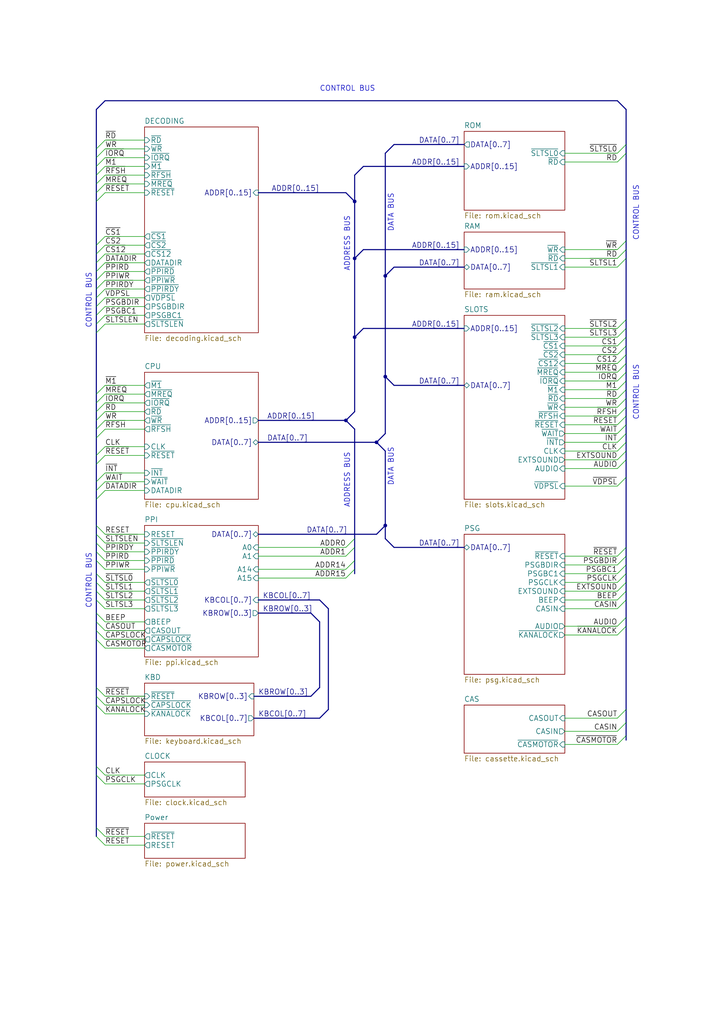
<source format=kicad_sch>
(kicad_sch (version 20211123) (generator eeschema)

  (uuid e63e39d7-6ac0-4ffd-8aa3-1841a4541b55)

  (paper "A4" portrait)

  (lib_symbols
  )


  (junction (at 100.33 121.92) (diameter 0) (color 0 0 0 0)
    (uuid 28341e20-fb49-4b1f-918f-f121ca9dc24b)
  )
  (junction (at 102.87 97.79) (diameter 0) (color 0 0 0 0)
    (uuid 39f4a93e-a66f-49d9-9489-04177f4bdb50)
  )
  (junction (at 111.76 152.4) (diameter 0) (color 0 0 0 0)
    (uuid 4c0a6173-3bb5-488a-ae98-333b4befcac8)
  )
  (junction (at 109.22 128.27) (diameter 0) (color 0 0 0 0)
    (uuid af06ce4b-2df5-4288-9410-daa02c29db28)
  )
  (junction (at 102.87 58.42) (diameter 0) (color 0 0 0 0)
    (uuid afa81dbf-1d19-4d13-85d9-6f57cc013431)
  )
  (junction (at 111.76 80.01) (diameter 0) (color 0 0 0 0)
    (uuid d16083c3-7c83-434a-9e65-4483d6829db9)
  )
  (junction (at 111.76 109.22) (diameter 0) (color 0 0 0 0)
    (uuid e8afce4a-ebb8-4874-a1f4-346211b1e38e)
  )
  (junction (at 102.87 74.93) (diameter 0) (color 0 0 0 0)
    (uuid ec0769d5-8342-4541-99ef-679eace61bff)
  )

  (bus_entry (at 30.48 43.18) (size -2.54 2.54)
    (stroke (width 0) (type default) (color 0 0 0 0))
    (uuid 01e9b6e7-adf9-4ee7-9447-a588630ee4a2)
  )
  (bus_entry (at 30.48 86.36) (size -2.54 2.54)
    (stroke (width 0) (type default) (color 0 0 0 0))
    (uuid 0c3dceba-7c95-4b3d-b590-0eb581444beb)
  )
  (bus_entry (at 30.48 207.01) (size -2.54 -2.54)
    (stroke (width 0) (type default) (color 0 0 0 0))
    (uuid 0ce8d3ab-2662-4158-8a2a-18b782908fc5)
  )
  (bus_entry (at 27.94 242.57) (size 2.54 2.54)
    (stroke (width 0) (type default) (color 0 0 0 0))
    (uuid 12422a89-3d0c-485c-9386-f77121fd68fd)
  )
  (bus_entry (at 30.48 50.8) (size -2.54 2.54)
    (stroke (width 0) (type default) (color 0 0 0 0))
    (uuid 14769dc5-8525-4984-8b15-a734ee247efa)
  )
  (bus_entry (at 30.48 142.24) (size -2.54 2.54)
    (stroke (width 0) (type default) (color 0 0 0 0))
    (uuid 16bd6381-8ac0-4bf2-9dce-ecc20c724b8d)
  )
  (bus_entry (at 181.61 130.81) (size -2.54 2.54)
    (stroke (width 0) (type default) (color 0 0 0 0))
    (uuid 181abe7a-f941-42b6-bd46-aaa3131f90fb)
  )
  (bus_entry (at 30.48 73.66) (size -2.54 2.54)
    (stroke (width 0) (type default) (color 0 0 0 0))
    (uuid 182b2d54-931d-49d6-9f39-60a752623e36)
  )
  (bus_entry (at 181.61 181.61) (size -2.54 2.54)
    (stroke (width 0) (type default) (color 0 0 0 0))
    (uuid 20c315f4-1e4f-49aa-8d61-778a7389df7e)
  )
  (bus_entry (at 100.33 161.29) (size 2.54 -2.54)
    (stroke (width 0) (type default) (color 0 0 0 0))
    (uuid 24f7628d-681d-4f0e-8409-40a129e929d9)
  )
  (bus_entry (at 30.48 91.44) (size -2.54 2.54)
    (stroke (width 0) (type default) (color 0 0 0 0))
    (uuid 275aa44a-b61f-489f-9e2a-819a0fe0d1eb)
  )
  (bus_entry (at 30.48 55.88) (size -2.54 2.54)
    (stroke (width 0) (type default) (color 0 0 0 0))
    (uuid 27d56953-c620-4d5b-9c1c-e48bc3d9684a)
  )
  (bus_entry (at 30.48 116.84) (size -2.54 2.54)
    (stroke (width 0) (type default) (color 0 0 0 0))
    (uuid 2bef89de-08c7-4a13-9d85-67948d429ca0)
  )
  (bus_entry (at 181.61 115.57) (size -2.54 2.54)
    (stroke (width 0) (type default) (color 0 0 0 0))
    (uuid 2e642b3e-a476-4c54-9a52-dcea955640cd)
  )
  (bus_entry (at 100.33 167.64) (size 2.54 -2.54)
    (stroke (width 0) (type default) (color 0 0 0 0))
    (uuid 34871042-9d5c-4e29-abdd-a168368c3c22)
  )
  (bus_entry (at 30.48 81.28) (size -2.54 2.54)
    (stroke (width 0) (type default) (color 0 0 0 0))
    (uuid 37e8181c-a81e-498b-b2e2-0aef0c391059)
  )
  (bus_entry (at 181.61 158.75) (size -2.54 2.54)
    (stroke (width 0) (type default) (color 0 0 0 0))
    (uuid 3aaee4c4-dbf7-49a5-a620-9465d8cc3ae7)
  )
  (bus_entry (at 100.33 158.75) (size 2.54 -2.54)
    (stroke (width 0) (type default) (color 0 0 0 0))
    (uuid 3e903008-0276-4a73-8edb-5d9dfde6297c)
  )
  (bus_entry (at 181.61 161.29) (size -2.54 2.54)
    (stroke (width 0) (type default) (color 0 0 0 0))
    (uuid 42713045-fffd-4b2d-ae1e-7232d705fb12)
  )
  (bus_entry (at 30.48 132.08) (size -2.54 2.54)
    (stroke (width 0) (type default) (color 0 0 0 0))
    (uuid 43891a3c-749f-498d-ba99-685a27689b0d)
  )
  (bus_entry (at 181.61 105.41) (size -2.54 2.54)
    (stroke (width 0) (type default) (color 0 0 0 0))
    (uuid 44d8279a-9cd1-4db6-856f-0363131605fc)
  )
  (bus_entry (at 181.61 102.87) (size -2.54 2.54)
    (stroke (width 0) (type default) (color 0 0 0 0))
    (uuid 47baf4b1-0938-497d-88f9-671136aa8be7)
  )
  (bus_entry (at 30.48 121.92) (size -2.54 2.54)
    (stroke (width 0) (type default) (color 0 0 0 0))
    (uuid 483f60da-14d7-4f88-8d01-3f9f30784c70)
  )
  (bus_entry (at 181.61 125.73) (size -2.54 2.54)
    (stroke (width 0) (type default) (color 0 0 0 0))
    (uuid 48ab88d7-7084-4d02-b109-3ad55a30bb11)
  )
  (bus_entry (at 30.48 173.99) (size -2.54 -2.54)
    (stroke (width 0) (type default) (color 0 0 0 0))
    (uuid 4d4b0fcd-2c79-4fc3-b5fa-7a0741601344)
  )
  (bus_entry (at 181.61 69.85) (size -2.54 2.54)
    (stroke (width 0) (type default) (color 0 0 0 0))
    (uuid 4d609e7c-74c9-4ae9-a26d-946ff00c167d)
  )
  (bus_entry (at 30.48 168.91) (size -2.54 -2.54)
    (stroke (width 0) (type default) (color 0 0 0 0))
    (uuid 587a157d-dedf-4558-a037-1a94bbba1848)
  )
  (bus_entry (at 179.07 44.45) (size 2.54 -2.54)
    (stroke (width 0) (type default) (color 0 0 0 0))
    (uuid 58dc14f9-c158-4824-a84e-24a6a482a7a4)
  )
  (bus_entry (at 30.48 76.2) (size -2.54 2.54)
    (stroke (width 0) (type default) (color 0 0 0 0))
    (uuid 60dcd1fe-7079-4cb8-b509-04558ccf5097)
  )
  (bus_entry (at 181.61 173.99) (size -2.54 2.54)
    (stroke (width 0) (type default) (color 0 0 0 0))
    (uuid 61fe293f-6808-4b7f-9340-9aaac7054a97)
  )
  (bus_entry (at 30.48 162.56) (size -2.54 -2.54)
    (stroke (width 0) (type default) (color 0 0 0 0))
    (uuid 6595b9c7-02ee-4647-bde5-6b566e35163e)
  )
  (bus_entry (at 181.61 110.49) (size -2.54 2.54)
    (stroke (width 0) (type default) (color 0 0 0 0))
    (uuid 66116376-6967-4178-9f23-a26cdeafc400)
  )
  (bus_entry (at 181.61 95.25) (size -2.54 2.54)
    (stroke (width 0) (type default) (color 0 0 0 0))
    (uuid 6a955fc7-39d9-4c75-9a69-676ca8c0b9b2)
  )
  (bus_entry (at 181.61 133.35) (size -2.54 2.54)
    (stroke (width 0) (type default) (color 0 0 0 0))
    (uuid 6bfe5804-2ef9-4c65-b2a7-f01e4014370a)
  )
  (bus_entry (at 30.48 93.98) (size -2.54 2.54)
    (stroke (width 0) (type default) (color 0 0 0 0))
    (uuid 6c2d26bc-6eca-436c-8025-79f817bf57d6)
  )
  (bus_entry (at 181.61 166.37) (size -2.54 2.54)
    (stroke (width 0) (type default) (color 0 0 0 0))
    (uuid 6c2e273e-743c-4f1e-a647-4171f8122550)
  )
  (bus_entry (at 30.48 119.38) (size -2.54 2.54)
    (stroke (width 0) (type default) (color 0 0 0 0))
    (uuid 6ca3c38c-4e71-4202-b6c1-1b25f04a27ae)
  )
  (bus_entry (at 30.48 45.72) (size -2.54 2.54)
    (stroke (width 0) (type default) (color 0 0 0 0))
    (uuid 7599133e-c681-4202-85d9-c20dac196c64)
  )
  (bus_entry (at 181.61 72.39) (size -2.54 2.54)
    (stroke (width 0) (type default) (color 0 0 0 0))
    (uuid 786b6072-5772-4bc1-8eeb-6c4e19f2a91b)
  )
  (bus_entry (at 30.48 154.94) (size -2.54 -2.54)
    (stroke (width 0) (type default) (color 0 0 0 0))
    (uuid 7e023245-2c2b-4e2b-bfb9-5d35176e88f2)
  )
  (bus_entry (at 30.48 187.96) (size -2.54 -2.54)
    (stroke (width 0) (type default) (color 0 0 0 0))
    (uuid 82be7aae-5d06-4178-8c3e-98760c41b054)
  )
  (bus_entry (at 27.94 177.8) (size 2.54 2.54)
    (stroke (width 0) (type default) (color 0 0 0 0))
    (uuid 852dabbf-de45-4470-8176-59d37a754407)
  )
  (bus_entry (at 30.48 88.9) (size -2.54 2.54)
    (stroke (width 0) (type default) (color 0 0 0 0))
    (uuid 853ee787-6e2c-4f32-bc75-6c17337dd3d5)
  )
  (bus_entry (at 181.61 113.03) (size -2.54 2.54)
    (stroke (width 0) (type default) (color 0 0 0 0))
    (uuid 87371631-aa02-498a-998a-09bdb74784c1)
  )
  (bus_entry (at 30.48 78.74) (size -2.54 2.54)
    (stroke (width 0) (type default) (color 0 0 0 0))
    (uuid 8a650ebf-3f78-4ca4-a26b-a5028693e36d)
  )
  (bus_entry (at 30.48 139.7) (size -2.54 2.54)
    (stroke (width 0) (type default) (color 0 0 0 0))
    (uuid 909b030b-fa1a-4fe8-b1ee-422b4d9e23cf)
  )
  (bus_entry (at 181.61 163.83) (size -2.54 2.54)
    (stroke (width 0) (type default) (color 0 0 0 0))
    (uuid 9157f4ae-0244-4ff1-9f73-3cb4cbb5f280)
  )
  (bus_entry (at 181.61 171.45) (size -2.54 2.54)
    (stroke (width 0) (type default) (color 0 0 0 0))
    (uuid 922058ca-d09a-45fd-8394-05f3e2c1e03a)
  )
  (bus_entry (at 30.48 171.45) (size -2.54 -2.54)
    (stroke (width 0) (type default) (color 0 0 0 0))
    (uuid 9762c9ed-64d8-4f3e-baf6-f6ba6effc919)
  )
  (bus_entry (at 181.61 74.93) (size -2.54 2.54)
    (stroke (width 0) (type default) (color 0 0 0 0))
    (uuid 9a9f2d82-f64d-4264-8bec-c182528fc4de)
  )
  (bus_entry (at 30.48 185.42) (size -2.54 -2.54)
    (stroke (width 0) (type default) (color 0 0 0 0))
    (uuid 9b3c58a7-a9b9-4498-abc0-f9f43e4f0292)
  )
  (bus_entry (at 181.61 168.91) (size -2.54 2.54)
    (stroke (width 0) (type default) (color 0 0 0 0))
    (uuid 9bb20359-0f8b-45bc-9d38-6626ed3a939d)
  )
  (bus_entry (at 30.48 201.93) (size -2.54 -2.54)
    (stroke (width 0) (type default) (color 0 0 0 0))
    (uuid 9c8ccb2a-b1e9-4f2c-94fe-301b5975277e)
  )
  (bus_entry (at 179.07 212.09) (size 2.54 -2.54)
    (stroke (width 0) (type default) (color 0 0 0 0))
    (uuid 9e1b837f-0d34-4a18-9644-9ee68f141f46)
  )
  (bus_entry (at 27.94 240.03) (size 2.54 2.54)
    (stroke (width 0) (type default) (color 0 0 0 0))
    (uuid a544eb0a-75db-4baf-bf54-9ca21744343b)
  )
  (bus_entry (at 181.61 118.11) (size -2.54 2.54)
    (stroke (width 0) (type default) (color 0 0 0 0))
    (uuid a690fc6c-55d9-47e6-b533-faa4b67e20f3)
  )
  (bus_entry (at 179.07 208.28) (size 2.54 -2.54)
    (stroke (width 0) (type default) (color 0 0 0 0))
    (uuid a6b7df29-bcf8-46a9-b623-7eaac47f5110)
  )
  (bus_entry (at 30.48 48.26) (size -2.54 2.54)
    (stroke (width 0) (type default) (color 0 0 0 0))
    (uuid aa2ea573-3f20-43c1-aa99-1f9c6031a9aa)
  )
  (bus_entry (at 30.48 157.48) (size -2.54 -2.54)
    (stroke (width 0) (type default) (color 0 0 0 0))
    (uuid bd065eaf-e495-4837-bdb3-129934de1fc7)
  )
  (bus_entry (at 181.61 138.43) (size -2.54 2.54)
    (stroke (width 0) (type default) (color 0 0 0 0))
    (uuid bd5408e4-362d-4e43-9d39-78fb99eb52c8)
  )
  (bus_entry (at 181.61 100.33) (size -2.54 2.54)
    (stroke (width 0) (type default) (color 0 0 0 0))
    (uuid c022004a-c968-410e-b59e-fbab0e561e9d)
  )
  (bus_entry (at 181.61 120.65) (size -2.54 2.54)
    (stroke (width 0) (type default) (color 0 0 0 0))
    (uuid c144caa5-b0d4-4cef-840a-d4ad178a2102)
  )
  (bus_entry (at 27.94 157.48) (size 2.54 2.54)
    (stroke (width 0) (type default) (color 0 0 0 0))
    (uuid c19dbe3c-ced0-48f7-a91d-777569cfb936)
  )
  (bus_entry (at 30.48 53.34) (size -2.54 2.54)
    (stroke (width 0) (type default) (color 0 0 0 0))
    (uuid c7e7067c-5f5e-48d8-ab59-df26f9b35863)
  )
  (bus_entry (at 27.94 222.25) (size 2.54 2.54)
    (stroke (width 0) (type default) (color 0 0 0 0))
    (uuid c830e3bc-dc64-4f65-8f47-3b106bae2807)
  )
  (bus_entry (at 30.48 111.76) (size -2.54 2.54)
    (stroke (width 0) (type default) (color 0 0 0 0))
    (uuid cb868d2e-5efb-4bfb-8796-88435b326918)
  )
  (bus_entry (at 30.48 137.16) (size -2.54 2.54)
    (stroke (width 0) (type default) (color 0 0 0 0))
    (uuid cbc539d2-6a10-4052-9b7a-f10326dcac67)
  )
  (bus_entry (at 30.48 71.12) (size -2.54 2.54)
    (stroke (width 0) (type default) (color 0 0 0 0))
    (uuid cdfb07af-801b-44ba-8c30-d021a6ad3039)
  )
  (bus_entry (at 30.48 204.47) (size -2.54 -2.54)
    (stroke (width 0) (type default) (color 0 0 0 0))
    (uuid d0fb0864-e79b-4bdc-8e8e-eed0cabe6d56)
  )
  (bus_entry (at 30.48 129.54) (size -2.54 2.54)
    (stroke (width 0) (type default) (color 0 0 0 0))
    (uuid d2de4093-1fc2-4bc1-94b6-4d0fe3426c6f)
  )
  (bus_entry (at 30.48 40.64) (size -2.54 2.54)
    (stroke (width 0) (type default) (color 0 0 0 0))
    (uuid d3d7e298-1d39-4294-a3ab-c84cc0dc5e5a)
  )
  (bus_entry (at 181.61 179.07) (size -2.54 2.54)
    (stroke (width 0) (type default) (color 0 0 0 0))
    (uuid d4a1d3c4-b315-4bec-9220-d12a9eab51e0)
  )
  (bus_entry (at 27.94 224.79) (size 2.54 2.54)
    (stroke (width 0) (type default) (color 0 0 0 0))
    (uuid d5641ac9-9be7-46bf-90b3-6c83d852b5ba)
  )
  (bus_entry (at 179.07 46.99) (size 2.54 -2.54)
    (stroke (width 0) (type default) (color 0 0 0 0))
    (uuid dde3dba8-1b81-466c-93a3-c284ff4da1ef)
  )
  (bus_entry (at 30.48 176.53) (size -2.54 -2.54)
    (stroke (width 0) (type default) (color 0 0 0 0))
    (uuid e25ce415-914a-48fe-bf09-324317917b2e)
  )
  (bus_entry (at 30.48 83.82) (size -2.54 2.54)
    (stroke (width 0) (type default) (color 0 0 0 0))
    (uuid e472dac4-5b65-4920-b8b2-6065d140a69d)
  )
  (bus_entry (at 30.48 68.58) (size -2.54 2.54)
    (stroke (width 0) (type default) (color 0 0 0 0))
    (uuid e4c6fdbb-fdc7-4ad4-a516-240d84cdc120)
  )
  (bus_entry (at 181.61 97.79) (size -2.54 2.54)
    (stroke (width 0) (type default) (color 0 0 0 0))
    (uuid e8314017-7be6-4011-9179-37449a29b311)
  )
  (bus_entry (at 181.61 107.95) (size -2.54 2.54)
    (stroke (width 0) (type default) (color 0 0 0 0))
    (uuid eb667eea-300e-4ca7-8a6f-4b00de80cd45)
  )
  (bus_entry (at 30.48 182.88) (size -2.54 -2.54)
    (stroke (width 0) (type default) (color 0 0 0 0))
    (uuid ee27d19c-8dca-4ac8-a760-6dfd54d28071)
  )
  (bus_entry (at 100.33 165.1) (size 2.54 -2.54)
    (stroke (width 0) (type default) (color 0 0 0 0))
    (uuid ef1b4b98-541b-4673-a04f-2043250fc40a)
  )
  (bus_entry (at 181.61 123.19) (size -2.54 2.54)
    (stroke (width 0) (type default) (color 0 0 0 0))
    (uuid efeac2a2-7682-4dc7-83ee-f6f1b23da506)
  )
  (bus_entry (at 181.61 92.71) (size -2.54 2.54)
    (stroke (width 0) (type default) (color 0 0 0 0))
    (uuid f1830a1b-f0cc-47ae-a2c9-679c82032f14)
  )
  (bus_entry (at 179.07 215.9) (size 2.54 -2.54)
    (stroke (width 0) (type default) (color 0 0 0 0))
    (uuid f2c93195-af12-4d3e-acdf-bdd0ff675c24)
  )
  (bus_entry (at 30.48 165.1) (size -2.54 -2.54)
    (stroke (width 0) (type default) (color 0 0 0 0))
    (uuid f3628265-0155-43e2-a467-c40ff783e265)
  )
  (bus_entry (at 181.61 128.27) (size -2.54 2.54)
    (stroke (width 0) (type default) (color 0 0 0 0))
    (uuid f71da641-16e6-4257-80c3-0b9d804fee4f)
  )
  (bus_entry (at 30.48 124.46) (size -2.54 2.54)
    (stroke (width 0) (type default) (color 0 0 0 0))
    (uuid fb03d859-dcc9-4533-b352-64830e0e5423)
  )
  (bus_entry (at 30.48 114.3) (size -2.54 2.54)
    (stroke (width 0) (type default) (color 0 0 0 0))
    (uuid fc0a4225-db46-4d48-8163-d522602d57cd)
  )

  (bus (pts (xy 27.94 78.74) (xy 27.94 81.28))
    (stroke (width 0) (type default) (color 0 0 0 0))
    (uuid 00285115-56ef-45e8-8528-f99553a17b5e)
  )

  (wire (pts (xy 179.07 208.28) (xy 163.83 208.28))
    (stroke (width 0) (type default) (color 0 0 0 0))
    (uuid 003c2200-0632-4808-a662-8ddd5d30c768)
  )
  (bus (pts (xy 181.61 128.27) (xy 181.61 130.81))
    (stroke (width 0) (type default) (color 0 0 0 0))
    (uuid 033cb8a0-f785-4a7a-9124-745e0c035c18)
  )

  (wire (pts (xy 41.91 114.3) (xy 30.48 114.3))
    (stroke (width 0) (type default) (color 0 0 0 0))
    (uuid 04f5865e-f449-4408-a0c8-771cccfcb129)
  )
  (bus (pts (xy 181.61 179.07) (xy 181.61 181.61))
    (stroke (width 0) (type default) (color 0 0 0 0))
    (uuid 05a14597-8155-4f2f-a215-de004c39f54d)
  )
  (bus (pts (xy 181.61 205.74) (xy 181.61 209.55))
    (stroke (width 0) (type default) (color 0 0 0 0))
    (uuid 05f67689-b87d-4a73-ba19-8cfc59729f07)
  )

  (wire (pts (xy 30.48 45.72) (xy 41.91 45.72))
    (stroke (width 0) (type default) (color 0 0 0 0))
    (uuid 0755aee5-bc01-4cb5-b830-583289df50a3)
  )
  (bus (pts (xy 27.94 88.9) (xy 27.94 91.44))
    (stroke (width 0) (type default) (color 0 0 0 0))
    (uuid 0787ede9-95c1-4b0a-9bc2-b45cb9e49f9b)
  )
  (bus (pts (xy 27.94 96.52) (xy 27.94 114.3))
    (stroke (width 0) (type default) (color 0 0 0 0))
    (uuid 0868def6-5403-4cbf-93a7-6389dbc95ce3)
  )
  (bus (pts (xy 114.3 158.75) (xy 134.62 158.75))
    (stroke (width 0) (type default) (color 0 0 0 0))
    (uuid 097edb1b-8998-4e70-b670-bba125982348)
  )

  (wire (pts (xy 30.48 55.88) (xy 41.91 55.88))
    (stroke (width 0) (type default) (color 0 0 0 0))
    (uuid 0e1ed1c5-7428-4dc7-b76e-49b2d5f8177d)
  )
  (wire (pts (xy 163.83 130.81) (xy 179.07 130.81))
    (stroke (width 0) (type default) (color 0 0 0 0))
    (uuid 0eaa98f0-9565-4637-ace3-42a5231b07f7)
  )
  (wire (pts (xy 30.48 168.91) (xy 41.91 168.91))
    (stroke (width 0) (type default) (color 0 0 0 0))
    (uuid 0f41a909-27c4-4be2-9d5e-9ae2108c8ff5)
  )
  (wire (pts (xy 179.07 95.25) (xy 163.83 95.25))
    (stroke (width 0) (type default) (color 0 0 0 0))
    (uuid 10109f84-4940-47f8-8640-91f185ac9bc1)
  )
  (bus (pts (xy 179.07 29.21) (xy 181.61 31.75))
    (stroke (width 0) (type default) (color 0 0 0 0))
    (uuid 106f01f3-bf47-4150-bb7b-1a3318a6eb3d)
  )
  (bus (pts (xy 111.76 44.45) (xy 114.3 41.91))
    (stroke (width 0) (type default) (color 0 0 0 0))
    (uuid 10ddf54c-6d59-4755-8fb8-43466141a83a)
  )
  (bus (pts (xy 181.61 113.03) (xy 181.61 115.57))
    (stroke (width 0) (type default) (color 0 0 0 0))
    (uuid 117f6fce-4f6e-4649-a84d-010b44e16fb7)
  )
  (bus (pts (xy 73.66 201.93) (xy 90.17 201.93))
    (stroke (width 0) (type default) (color 0 0 0 0))
    (uuid 120a7b0f-ddfd-4447-85c1-35665465acdb)
  )

  (wire (pts (xy 179.07 125.73) (xy 163.83 125.73))
    (stroke (width 0) (type default) (color 0 0 0 0))
    (uuid 127679a9-3981-4934-815e-896a4e3ff56e)
  )
  (bus (pts (xy 27.94 240.03) (xy 27.94 242.57))
    (stroke (width 0) (type default) (color 0 0 0 0))
    (uuid 131f8ef3-4ce9-4a79-b966-2078febcf498)
  )

  (wire (pts (xy 179.07 44.45) (xy 163.83 44.45))
    (stroke (width 0) (type default) (color 0 0 0 0))
    (uuid 13475e15-f37c-4de8-857e-1722b0c39513)
  )
  (bus (pts (xy 27.94 201.93) (xy 27.94 204.47))
    (stroke (width 0) (type default) (color 0 0 0 0))
    (uuid 13fd50f6-1d47-4741-8619-6c6f05880696)
  )
  (bus (pts (xy 27.94 177.8) (xy 27.94 180.34))
    (stroke (width 0) (type default) (color 0 0 0 0))
    (uuid 14855801-8f44-4f5e-ab81-ed42d847ed77)
  )

  (wire (pts (xy 30.48 185.42) (xy 41.91 185.42))
    (stroke (width 0) (type default) (color 0 0 0 0))
    (uuid 15fe8f3d-6077-4e0e-81d0-8ec3f4538981)
  )
  (bus (pts (xy 181.61 41.91) (xy 181.61 44.45))
    (stroke (width 0) (type default) (color 0 0 0 0))
    (uuid 169c3de2-c7c8-4610-b91b-a9f8fbbda482)
  )

  (wire (pts (xy 30.48 162.56) (xy 41.91 162.56))
    (stroke (width 0) (type default) (color 0 0 0 0))
    (uuid 16a9ae8c-3ad2-439b-8efe-377c994670c7)
  )
  (bus (pts (xy 27.94 55.88) (xy 27.94 58.42))
    (stroke (width 0) (type default) (color 0 0 0 0))
    (uuid 196b4d12-8e07-4703-8fe8-4da98394f0b6)
  )

  (wire (pts (xy 179.07 166.37) (xy 163.83 166.37))
    (stroke (width 0) (type default) (color 0 0 0 0))
    (uuid 1a1ab354-5f85-45f9-938c-9f6c4c8c3ea2)
  )
  (wire (pts (xy 179.07 163.83) (xy 163.83 163.83))
    (stroke (width 0) (type default) (color 0 0 0 0))
    (uuid 1bf544e3-5940-4576-9291-2464e95c0ee2)
  )
  (wire (pts (xy 179.07 107.95) (xy 163.83 107.95))
    (stroke (width 0) (type default) (color 0 0 0 0))
    (uuid 1e1b062d-fad0-427c-a622-c5b8a80b5268)
  )
  (wire (pts (xy 30.48 224.79) (xy 41.91 224.79))
    (stroke (width 0) (type default) (color 0 0 0 0))
    (uuid 1e8701fc-ad24-40ea-846a-e3db538d6077)
  )
  (wire (pts (xy 41.91 124.46) (xy 30.48 124.46))
    (stroke (width 0) (type default) (color 0 0 0 0))
    (uuid 213a2af1-412b-47f4-ab3b-c5f43b6be7a6)
  )
  (wire (pts (xy 30.48 50.8) (xy 41.91 50.8))
    (stroke (width 0) (type default) (color 0 0 0 0))
    (uuid 21ae9c3a-7138-444e-be38-56a4842ab594)
  )
  (bus (pts (xy 181.61 120.65) (xy 181.61 123.19))
    (stroke (width 0) (type default) (color 0 0 0 0))
    (uuid 2362ab0b-f0e6-45cd-ae55-35e0b04223a0)
  )
  (bus (pts (xy 181.61 110.49) (xy 181.61 113.03))
    (stroke (width 0) (type default) (color 0 0 0 0))
    (uuid 23b8c23a-2853-40c3-a53a-30fd914fa018)
  )
  (bus (pts (xy 109.22 128.27) (xy 111.76 130.81))
    (stroke (width 0) (type default) (color 0 0 0 0))
    (uuid 23f1f71f-cee3-412e-8e0b-8dacdc450a11)
  )

  (wire (pts (xy 30.48 83.82) (xy 41.91 83.82))
    (stroke (width 0) (type default) (color 0 0 0 0))
    (uuid 240e5dac-6242-47a5-bbef-f76d11c715c0)
  )
  (bus (pts (xy 100.33 121.92) (xy 102.87 119.38))
    (stroke (width 0) (type default) (color 0 0 0 0))
    (uuid 26769327-3160-41f1-82e7-11d5d542abde)
  )

  (wire (pts (xy 179.07 46.99) (xy 163.83 46.99))
    (stroke (width 0) (type default) (color 0 0 0 0))
    (uuid 2732632c-4768-42b6-bf7f-14643424019e)
  )
  (wire (pts (xy 30.48 204.47) (xy 41.91 204.47))
    (stroke (width 0) (type default) (color 0 0 0 0))
    (uuid 29195ea4-8218-44a1-b4bf-466bee0082e4)
  )
  (bus (pts (xy 111.76 152.4) (xy 111.76 156.21))
    (stroke (width 0) (type default) (color 0 0 0 0))
    (uuid 2d6614eb-bffa-4bcf-95c6-23d2c0802bc5)
  )
  (bus (pts (xy 74.93 55.88) (xy 100.33 55.88))
    (stroke (width 0) (type default) (color 0 0 0 0))
    (uuid 2d67a417-188f-4014-9282-000265d80009)
  )

  (wire (pts (xy 41.91 180.34) (xy 30.48 180.34))
    (stroke (width 0) (type default) (color 0 0 0 0))
    (uuid 2d6db888-4e40-41c8-b701-07170fc894bc)
  )
  (wire (pts (xy 30.48 73.66) (xy 41.91 73.66))
    (stroke (width 0) (type default) (color 0 0 0 0))
    (uuid 2dc272bd-3aa2-45b5-889d-1d3c8aac80f8)
  )
  (bus (pts (xy 111.76 109.22) (xy 111.76 125.73))
    (stroke (width 0) (type default) (color 0 0 0 0))
    (uuid 2ede9c4e-2cb4-4cc6-be11-9369562144c1)
  )
  (bus (pts (xy 27.94 154.94) (xy 27.94 157.48))
    (stroke (width 0) (type default) (color 0 0 0 0))
    (uuid 2ef496d7-ab49-4982-9d58-a0c76b781f8d)
  )
  (bus (pts (xy 181.61 102.87) (xy 181.61 105.41))
    (stroke (width 0) (type default) (color 0 0 0 0))
    (uuid 2efb3996-67b6-47f4-868c-904d2b56b7f8)
  )

  (wire (pts (xy 30.48 139.7) (xy 41.91 139.7))
    (stroke (width 0) (type default) (color 0 0 0 0))
    (uuid 2f3deced-880d-4075-a81b-95c62da5b94d)
  )
  (bus (pts (xy 181.61 31.75) (xy 181.61 41.91))
    (stroke (width 0) (type default) (color 0 0 0 0))
    (uuid 309b3bff-19c8-41ec-a84d-63399c649f46)
  )

  (wire (pts (xy 179.07 113.03) (xy 163.83 113.03))
    (stroke (width 0) (type default) (color 0 0 0 0))
    (uuid 30f15357-ce1d-48b9-93dc-7d9b1b2aa048)
  )
  (bus (pts (xy 109.22 154.94) (xy 111.76 152.4))
    (stroke (width 0) (type default) (color 0 0 0 0))
    (uuid 31446a24-8ce7-4dca-ab0b-d907a8be5e8d)
  )
  (bus (pts (xy 181.61 123.19) (xy 181.61 125.73))
    (stroke (width 0) (type default) (color 0 0 0 0))
    (uuid 322ce47b-b261-4cc9-9ac9-b731fc171ab9)
  )
  (bus (pts (xy 181.61 173.99) (xy 181.61 179.07))
    (stroke (width 0) (type default) (color 0 0 0 0))
    (uuid 35194ade-81f3-4792-b620-097d0f72cd7b)
  )

  (wire (pts (xy 30.48 173.99) (xy 41.91 173.99))
    (stroke (width 0) (type default) (color 0 0 0 0))
    (uuid 35354519-a28c-40c4-befd-0943e98dea53)
  )
  (bus (pts (xy 181.61 107.95) (xy 181.61 110.49))
    (stroke (width 0) (type default) (color 0 0 0 0))
    (uuid 354cdb34-ab34-41da-ae5f-9e0e75256366)
  )

  (wire (pts (xy 41.91 176.53) (xy 30.48 176.53))
    (stroke (width 0) (type default) (color 0 0 0 0))
    (uuid 38f2d955-ea7a-4a21-aba6-02ae23f1bd4a)
  )
  (bus (pts (xy 27.94 160.02) (xy 27.94 162.56))
    (stroke (width 0) (type default) (color 0 0 0 0))
    (uuid 39682296-4e33-40ef-bab8-a76b04d018ef)
  )

  (wire (pts (xy 179.07 135.89) (xy 163.83 135.89))
    (stroke (width 0) (type default) (color 0 0 0 0))
    (uuid 3a7648d8-121a-4921-9b92-9b35b76ce39b)
  )
  (bus (pts (xy 27.94 142.24) (xy 27.94 144.78))
    (stroke (width 0) (type default) (color 0 0 0 0))
    (uuid 3c5f9d0f-421a-4a95-82bb-a1d8b812a4c6)
  )
  (bus (pts (xy 181.61 118.11) (xy 181.61 120.65))
    (stroke (width 0) (type default) (color 0 0 0 0))
    (uuid 3c6e5582-ed52-4848-b93d-0595f2132de1)
  )

  (wire (pts (xy 41.91 137.16) (xy 30.48 137.16))
    (stroke (width 0) (type default) (color 0 0 0 0))
    (uuid 3cfcbcc7-4f45-46ab-82a8-c414c7972161)
  )
  (bus (pts (xy 114.3 111.76) (xy 134.62 111.76))
    (stroke (width 0) (type default) (color 0 0 0 0))
    (uuid 3f5fe6b7-98fc-4d3e-9567-f9f7202d1455)
  )

  (wire (pts (xy 30.48 245.11) (xy 41.91 245.11))
    (stroke (width 0) (type default) (color 0 0 0 0))
    (uuid 40165eda-4ba6-4565-9bb4-b9df6dbb08da)
  )
  (bus (pts (xy 27.94 180.34) (xy 27.94 182.88))
    (stroke (width 0) (type default) (color 0 0 0 0))
    (uuid 4055b357-393c-467b-b2cc-71034cd4083f)
  )
  (bus (pts (xy 74.93 121.92) (xy 100.33 121.92))
    (stroke (width 0) (type default) (color 0 0 0 0))
    (uuid 477311b9-8f81-40c8-9c55-fd87e287247a)
  )

  (wire (pts (xy 30.48 142.24) (xy 41.91 142.24))
    (stroke (width 0) (type default) (color 0 0 0 0))
    (uuid 4f66b314-0f62-4fb6-8c3c-f9c6a75cd3ec)
  )
  (wire (pts (xy 179.07 102.87) (xy 163.83 102.87))
    (stroke (width 0) (type default) (color 0 0 0 0))
    (uuid 4fb02e58-160a-4a39-9f22-d0c75e82ee72)
  )
  (bus (pts (xy 27.94 199.39) (xy 27.94 201.93))
    (stroke (width 0) (type default) (color 0 0 0 0))
    (uuid 51226bfd-6ec6-404b-9079-e56e2cba4e37)
  )
  (bus (pts (xy 100.33 55.88) (xy 102.87 58.42))
    (stroke (width 0) (type default) (color 0 0 0 0))
    (uuid 537c2196-fe60-48a5-847c-84653e479b38)
  )

  (wire (pts (xy 179.07 115.57) (xy 163.83 115.57))
    (stroke (width 0) (type default) (color 0 0 0 0))
    (uuid 54365317-1355-4216-bb75-829375abc4ec)
  )
  (bus (pts (xy 27.94 224.79) (xy 27.94 240.03))
    (stroke (width 0) (type default) (color 0 0 0 0))
    (uuid 546148dc-8a5c-4178-ace4-1d6889891417)
  )
  (bus (pts (xy 27.94 168.91) (xy 27.94 171.45))
    (stroke (width 0) (type default) (color 0 0 0 0))
    (uuid 5492858d-1b8c-4f1a-b061-e929f40eed8a)
  )

  (wire (pts (xy 163.83 97.79) (xy 179.07 97.79))
    (stroke (width 0) (type default) (color 0 0 0 0))
    (uuid 55e740a3-0735-4744-896e-2bf5437093b9)
  )
  (bus (pts (xy 27.94 86.36) (xy 27.94 88.9))
    (stroke (width 0) (type default) (color 0 0 0 0))
    (uuid 57184437-fcd7-4f17-b91e-bb6262dffb85)
  )

  (wire (pts (xy 179.07 72.39) (xy 163.83 72.39))
    (stroke (width 0) (type default) (color 0 0 0 0))
    (uuid 5740c959-93d8-47fd-8f68-62f0109e753d)
  )
  (bus (pts (xy 111.76 109.22) (xy 114.3 111.76))
    (stroke (width 0) (type default) (color 0 0 0 0))
    (uuid 57e128ae-5e07-4818-9f5a-1cee0e65c680)
  )
  (bus (pts (xy 181.61 44.45) (xy 181.61 69.85))
    (stroke (width 0) (type default) (color 0 0 0 0))
    (uuid 590dbea1-342c-423f-9920-ea67e378a0c1)
  )
  (bus (pts (xy 27.94 222.25) (xy 27.94 224.79))
    (stroke (width 0) (type default) (color 0 0 0 0))
    (uuid 5b2587c1-1662-49eb-8a7b-bef16ed23d9c)
  )

  (wire (pts (xy 30.48 201.93) (xy 41.91 201.93))
    (stroke (width 0) (type default) (color 0 0 0 0))
    (uuid 5b2b5c7d-f943-4634-9f0a-e9561705c49d)
  )
  (bus (pts (xy 111.76 80.01) (xy 111.76 109.22))
    (stroke (width 0) (type default) (color 0 0 0 0))
    (uuid 5b484aaf-46b1-4f93-a082-ea4e63e72dd8)
  )

  (wire (pts (xy 30.48 93.98) (xy 41.91 93.98))
    (stroke (width 0) (type default) (color 0 0 0 0))
    (uuid 5bcace5d-edd0-4e19-92d0-835e43cf8eb2)
  )
  (wire (pts (xy 30.48 88.9) (xy 41.91 88.9))
    (stroke (width 0) (type default) (color 0 0 0 0))
    (uuid 5ca4be1c-537e-4a4a-b344-d0c8ffde8546)
  )
  (bus (pts (xy 90.17 177.8) (xy 92.71 180.34))
    (stroke (width 0) (type default) (color 0 0 0 0))
    (uuid 5cab06cf-94fa-4c5d-abc1-110cb0208f01)
  )
  (bus (pts (xy 27.94 45.72) (xy 27.94 48.26))
    (stroke (width 0) (type default) (color 0 0 0 0))
    (uuid 5eaefe45-4377-4f72-b5ff-c30dbfcff29f)
  )
  (bus (pts (xy 27.94 43.18) (xy 27.94 45.72))
    (stroke (width 0) (type default) (color 0 0 0 0))
    (uuid 609c70f4-1479-4ca4-a93e-8230d97706fb)
  )

  (wire (pts (xy 30.48 116.84) (xy 41.91 116.84))
    (stroke (width 0) (type default) (color 0 0 0 0))
    (uuid 6199bec7-e7eb-4ae0-b9ec-c563e157d635)
  )
  (bus (pts (xy 105.41 48.26) (xy 134.62 48.26))
    (stroke (width 0) (type default) (color 0 0 0 0))
    (uuid 6284122b-79c3-4e04-925e-3d32cc3ec077)
  )

  (wire (pts (xy 41.91 171.45) (xy 30.48 171.45))
    (stroke (width 0) (type default) (color 0 0 0 0))
    (uuid 632acde9-b7fd-4f04-8cb4-d2cbb06b3595)
  )
  (wire (pts (xy 179.07 181.61) (xy 163.83 181.61))
    (stroke (width 0) (type default) (color 0 0 0 0))
    (uuid 6441b183-b8f2-458f-a23d-60e2b1f66dd6)
  )
  (wire (pts (xy 100.33 161.29) (xy 74.93 161.29))
    (stroke (width 0) (type default) (color 0 0 0 0))
    (uuid 6475547d-3216-45a4-a15c-48314f1dd0f9)
  )
  (bus (pts (xy 27.94 166.37) (xy 27.94 168.91))
    (stroke (width 0) (type default) (color 0 0 0 0))
    (uuid 6558fe1b-a3c8-432c-ad80-f285a01e900f)
  )
  (bus (pts (xy 90.17 177.8) (xy 74.93 177.8))
    (stroke (width 0) (type default) (color 0 0 0 0))
    (uuid 67621f9e-0a6a-4778-ad69-04dcf300659c)
  )
  (bus (pts (xy 105.41 72.39) (xy 134.62 72.39))
    (stroke (width 0) (type default) (color 0 0 0 0))
    (uuid 67763d19-f622-4e1e-81e5-5b24da7c3f99)
  )
  (bus (pts (xy 27.94 76.2) (xy 27.94 78.74))
    (stroke (width 0) (type default) (color 0 0 0 0))
    (uuid 679644e3-5194-49c9-bc2f-670fb057cc6d)
  )
  (bus (pts (xy 92.71 173.99) (xy 74.93 173.99))
    (stroke (width 0) (type default) (color 0 0 0 0))
    (uuid 68e09be7-3bbc-4443-a838-209ce20b2bef)
  )

  (wire (pts (xy 41.91 160.02) (xy 30.48 160.02))
    (stroke (width 0) (type default) (color 0 0 0 0))
    (uuid 6b25f522-8e2d-4cd8-9d5d-a2b80f60133b)
  )
  (bus (pts (xy 27.94 53.34) (xy 27.94 55.88))
    (stroke (width 0) (type default) (color 0 0 0 0))
    (uuid 6d7c2e86-d608-4fc0-bcf7-35c71063fe44)
  )

  (wire (pts (xy 179.07 128.27) (xy 163.83 128.27))
    (stroke (width 0) (type default) (color 0 0 0 0))
    (uuid 704d6d51-bb34-4cbf-83d8-841e208048d8)
  )
  (wire (pts (xy 163.83 123.19) (xy 179.07 123.19))
    (stroke (width 0) (type default) (color 0 0 0 0))
    (uuid 716e31c5-485f-40b5-88e3-a75900da9811)
  )
  (wire (pts (xy 30.48 111.76) (xy 41.91 111.76))
    (stroke (width 0) (type default) (color 0 0 0 0))
    (uuid 71c77456-1405-42e3-95ed-69e629de0558)
  )
  (wire (pts (xy 100.33 158.75) (xy 74.93 158.75))
    (stroke (width 0) (type default) (color 0 0 0 0))
    (uuid 75ffc65c-7132-4411-9f2a-ae0c73d79338)
  )
  (bus (pts (xy 27.94 114.3) (xy 27.94 116.84))
    (stroke (width 0) (type default) (color 0 0 0 0))
    (uuid 79e03ae3-04c1-4136-9d11-edbf8450c5e6)
  )

  (wire (pts (xy 179.07 215.9) (xy 163.83 215.9))
    (stroke (width 0) (type default) (color 0 0 0 0))
    (uuid 7a4ce4b3-518a-4819-b8b2-5127b3347c64)
  )
  (wire (pts (xy 30.48 53.34) (xy 41.91 53.34))
    (stroke (width 0) (type default) (color 0 0 0 0))
    (uuid 7cee474b-af8f-4832-b07a-c43c1ab0b464)
  )
  (wire (pts (xy 30.48 242.57) (xy 41.91 242.57))
    (stroke (width 0) (type default) (color 0 0 0 0))
    (uuid 7d34f6b1-ab31-49be-b011-c67fe67a8a56)
  )
  (wire (pts (xy 30.48 43.18) (xy 41.91 43.18))
    (stroke (width 0) (type default) (color 0 0 0 0))
    (uuid 7d928d56-093a-4ca8-aed1-414b7e703b45)
  )
  (wire (pts (xy 179.07 168.91) (xy 163.83 168.91))
    (stroke (width 0) (type default) (color 0 0 0 0))
    (uuid 7dc880bc-e7eb-4cce-8d8c-0b65a9dd788e)
  )
  (bus (pts (xy 105.41 48.26) (xy 102.87 50.8))
    (stroke (width 0) (type default) (color 0 0 0 0))
    (uuid 7eebb937-5634-42da-bd7e-2e0260369d0e)
  )

  (wire (pts (xy 30.48 121.92) (xy 41.91 121.92))
    (stroke (width 0) (type default) (color 0 0 0 0))
    (uuid 7f3eb118-a20c-4239-b800-c9211c66847d)
  )
  (wire (pts (xy 179.07 173.99) (xy 163.83 173.99))
    (stroke (width 0) (type default) (color 0 0 0 0))
    (uuid 80094b70-85ab-4ff6-934b-60d5ee65023a)
  )
  (bus (pts (xy 95.25 176.53) (xy 95.25 205.74))
    (stroke (width 0) (type default) (color 0 0 0 0))
    (uuid 814763c2-92e5-4a2c-941c-9bbd073f6e87)
  )
  (bus (pts (xy 27.94 48.26) (xy 27.94 50.8))
    (stroke (width 0) (type default) (color 0 0 0 0))
    (uuid 8174ff25-f2f4-4079-ac82-9d147c6420b9)
  )
  (bus (pts (xy 100.33 121.92) (xy 102.87 124.46))
    (stroke (width 0) (type default) (color 0 0 0 0))
    (uuid 83fee08f-7316-4ff9-a4fd-e9a9372f4d8f)
  )
  (bus (pts (xy 105.41 95.25) (xy 134.62 95.25))
    (stroke (width 0) (type default) (color 0 0 0 0))
    (uuid 84e5506c-143e-495f-9aa4-d3a71622f213)
  )

  (wire (pts (xy 30.48 76.2) (xy 41.91 76.2))
    (stroke (width 0) (type default) (color 0 0 0 0))
    (uuid 85b7594c-358f-454b-b2ad-dd0b1d67ed76)
  )
  (bus (pts (xy 27.94 116.84) (xy 27.94 119.38))
    (stroke (width 0) (type default) (color 0 0 0 0))
    (uuid 8610c623-6e26-45d0-8346-2d01e6f540e2)
  )
  (bus (pts (xy 181.61 130.81) (xy 181.61 133.35))
    (stroke (width 0) (type default) (color 0 0 0 0))
    (uuid 89dba8ed-6d52-4248-8ebf-04e6c6c88d41)
  )
  (bus (pts (xy 27.94 31.75) (xy 27.94 43.18))
    (stroke (width 0) (type default) (color 0 0 0 0))
    (uuid 8c0807a7-765b-4fa5-baaa-e09a2b610e6b)
  )
  (bus (pts (xy 102.87 74.93) (xy 102.87 97.79))
    (stroke (width 0) (type default) (color 0 0 0 0))
    (uuid 8c4bbe2b-6fb3-4548-8dd3-0f1711d4f6b1)
  )

  (wire (pts (xy 30.48 227.33) (xy 41.91 227.33))
    (stroke (width 0) (type default) (color 0 0 0 0))
    (uuid 8c514922-ffe1-4e37-a260-e807409f2e0d)
  )
  (bus (pts (xy 27.94 93.98) (xy 27.94 96.52))
    (stroke (width 0) (type default) (color 0 0 0 0))
    (uuid 8cbb6c57-e33d-447e-ba35-edd9102428e5)
  )

  (wire (pts (xy 30.48 86.36) (xy 41.91 86.36))
    (stroke (width 0) (type default) (color 0 0 0 0))
    (uuid 8d9a3ecc-539f-41da-8099-d37cea9c28e7)
  )
  (wire (pts (xy 179.07 176.53) (xy 163.83 176.53))
    (stroke (width 0) (type default) (color 0 0 0 0))
    (uuid 8da933a9-35f8-42e6-8504-d1bab7264306)
  )
  (bus (pts (xy 102.87 74.93) (xy 105.41 72.39))
    (stroke (width 0) (type default) (color 0 0 0 0))
    (uuid 9256f7aa-4f1a-4001-bdef-7fbb32e451e0)
  )
  (bus (pts (xy 27.94 81.28) (xy 27.94 83.82))
    (stroke (width 0) (type default) (color 0 0 0 0))
    (uuid 942bb509-0865-4ee6-a623-811abdc04cfe)
  )
  (bus (pts (xy 27.94 124.46) (xy 27.94 127))
    (stroke (width 0) (type default) (color 0 0 0 0))
    (uuid 946097a6-5de6-41e1-a2a9-3fde8f1e91e9)
  )
  (bus (pts (xy 181.61 92.71) (xy 181.61 95.25))
    (stroke (width 0) (type default) (color 0 0 0 0))
    (uuid 94b6b5f0-f01b-4ffa-a5fa-84fa522d0ba9)
  )
  (bus (pts (xy 111.76 80.01) (xy 114.3 77.47))
    (stroke (width 0) (type default) (color 0 0 0 0))
    (uuid 94e689a1-e70f-45cb-8a5b-dc77827f725b)
  )
  (bus (pts (xy 27.94 162.56) (xy 27.94 166.37))
    (stroke (width 0) (type default) (color 0 0 0 0))
    (uuid 953d45d5-e11a-4df6-a8ea-bd278753d364)
  )

  (wire (pts (xy 179.07 161.29) (xy 163.83 161.29))
    (stroke (width 0) (type default) (color 0 0 0 0))
    (uuid 97fe9c60-586f-4895-8504-4d3729f5f81a)
  )
  (bus (pts (xy 181.61 97.79) (xy 181.61 100.33))
    (stroke (width 0) (type default) (color 0 0 0 0))
    (uuid 983433cc-102b-4b43-a9ae-d81e4e410214)
  )
  (bus (pts (xy 114.3 77.47) (xy 134.62 77.47))
    (stroke (width 0) (type default) (color 0 0 0 0))
    (uuid 994b6220-4755-4d84-91b3-6122ac1c2c5e)
  )
  (bus (pts (xy 27.94 31.75) (xy 30.48 29.21))
    (stroke (width 0) (type default) (color 0 0 0 0))
    (uuid 9a17b82f-671a-43cc-889d-8f643334e78c)
  )
  (bus (pts (xy 90.17 201.93) (xy 92.71 199.39))
    (stroke (width 0) (type default) (color 0 0 0 0))
    (uuid 9ade8aaa-dfca-436d-be8a-be74784ef565)
  )
  (bus (pts (xy 30.48 29.21) (xy 179.07 29.21))
    (stroke (width 0) (type default) (color 0 0 0 0))
    (uuid a13ab237-8f8d-4e16-8c47-4440653b8534)
  )

  (wire (pts (xy 163.83 118.11) (xy 179.07 118.11))
    (stroke (width 0) (type default) (color 0 0 0 0))
    (uuid a3e4f0ae-9f86-49e9-b386-ed8b42e012fb)
  )
  (bus (pts (xy 181.61 161.29) (xy 181.61 163.83))
    (stroke (width 0) (type default) (color 0 0 0 0))
    (uuid a4ad2a42-7fbf-4229-aa42-a4b8c66f5d7d)
  )

  (wire (pts (xy 41.91 132.08) (xy 30.48 132.08))
    (stroke (width 0) (type default) (color 0 0 0 0))
    (uuid a501555e-bbc7-4b58-ad89-28a0cd3dd6d0)
  )
  (bus (pts (xy 111.76 156.21) (xy 114.3 158.75))
    (stroke (width 0) (type default) (color 0 0 0 0))
    (uuid a5e505c0-c0af-4f61-a9d4-cf031c548012)
  )
  (bus (pts (xy 181.61 74.93) (xy 181.61 92.71))
    (stroke (width 0) (type default) (color 0 0 0 0))
    (uuid a84167a5-3fcc-45b7-9498-b172a3729496)
  )
  (bus (pts (xy 27.94 171.45) (xy 27.94 173.99))
    (stroke (width 0) (type default) (color 0 0 0 0))
    (uuid a9633d26-daae-48a7-b5dd-6c0f294c3c20)
  )

  (wire (pts (xy 100.33 165.1) (xy 74.93 165.1))
    (stroke (width 0) (type default) (color 0 0 0 0))
    (uuid a9ec539a-d80d-40cc-803c-12b6adefe42a)
  )
  (wire (pts (xy 30.48 78.74) (xy 41.91 78.74))
    (stroke (width 0) (type default) (color 0 0 0 0))
    (uuid abe07c9a-17c3-43b5-b7a6-ae867ac27ea7)
  )
  (bus (pts (xy 27.94 144.78) (xy 27.94 152.4))
    (stroke (width 0) (type default) (color 0 0 0 0))
    (uuid af8379f6-aca4-4c68-88d2-144d961c43cd)
  )

  (wire (pts (xy 30.48 207.01) (xy 41.91 207.01))
    (stroke (width 0) (type default) (color 0 0 0 0))
    (uuid b0906e10-2fbc-4309-a8b4-6fc4cd1a5490)
  )
  (wire (pts (xy 179.07 120.65) (xy 163.83 120.65))
    (stroke (width 0) (type default) (color 0 0 0 0))
    (uuid b1086f75-01ba-4188-8d36-75a9e2828ca9)
  )
  (bus (pts (xy 181.61 213.36) (xy 181.61 214.63))
    (stroke (width 0) (type default) (color 0 0 0 0))
    (uuid b146471c-fbe5-47f5-9d13-b2781f1eec8e)
  )

  (wire (pts (xy 30.48 81.28) (xy 41.91 81.28))
    (stroke (width 0) (type default) (color 0 0 0 0))
    (uuid b1c649b1-f44d-46c7-9dea-818e75a1b87e)
  )
  (wire (pts (xy 30.48 91.44) (xy 41.91 91.44))
    (stroke (width 0) (type default) (color 0 0 0 0))
    (uuid b447dbb1-d38e-4a15-93cb-12c25382ea53)
  )
  (bus (pts (xy 102.87 97.79) (xy 102.87 119.38))
    (stroke (width 0) (type default) (color 0 0 0 0))
    (uuid b4b3542d-81a0-443a-a057-e92e83e673be)
  )
  (bus (pts (xy 181.61 72.39) (xy 181.61 74.93))
    (stroke (width 0) (type default) (color 0 0 0 0))
    (uuid b68fb755-a6f4-4cdc-81fa-00c58dff8c81)
  )
  (bus (pts (xy 27.94 139.7) (xy 27.94 142.24))
    (stroke (width 0) (type default) (color 0 0 0 0))
    (uuid b7a2ae26-da33-4e81-a563-708d7b6972d1)
  )

  (wire (pts (xy 179.07 212.09) (xy 163.83 212.09))
    (stroke (width 0) (type default) (color 0 0 0 0))
    (uuid b88717bd-086f-46cd-9d3f-0396009d0996)
  )
  (bus (pts (xy 181.61 181.61) (xy 181.61 205.74))
    (stroke (width 0) (type default) (color 0 0 0 0))
    (uuid ba684d7c-206a-4c98-b824-40bb57bcd818)
  )
  (bus (pts (xy 181.61 133.35) (xy 181.61 138.43))
    (stroke (width 0) (type default) (color 0 0 0 0))
    (uuid ba7b530d-9be0-4def-8454-8e16aafbce41)
  )
  (bus (pts (xy 27.94 119.38) (xy 27.94 121.92))
    (stroke (width 0) (type default) (color 0 0 0 0))
    (uuid baa88fca-098c-4fc0-9b12-9583d4b93589)
  )
  (bus (pts (xy 181.61 209.55) (xy 181.61 213.36))
    (stroke (width 0) (type default) (color 0 0 0 0))
    (uuid bbb56580-aa81-45cb-b1b7-ba0c984ed065)
  )
  (bus (pts (xy 92.71 208.28) (xy 95.25 205.74))
    (stroke (width 0) (type default) (color 0 0 0 0))
    (uuid bc2b91cd-dad2-489e-a5a6-c25b0772eb90)
  )
  (bus (pts (xy 102.87 124.46) (xy 102.87 156.21))
    (stroke (width 0) (type default) (color 0 0 0 0))
    (uuid bd9595a1-04f3-4fda-8f1b-e65ad874edd3)
  )
  (bus (pts (xy 102.87 97.79) (xy 105.41 95.25))
    (stroke (width 0) (type default) (color 0 0 0 0))
    (uuid be0c7a50-2d41-4fd6-8c28-37a4cf00d900)
  )
  (bus (pts (xy 102.87 50.8) (xy 102.87 58.42))
    (stroke (width 0) (type default) (color 0 0 0 0))
    (uuid be645d0f-8568-47a0-a152-e3ddd33563eb)
  )

  (wire (pts (xy 30.48 182.88) (xy 41.91 182.88))
    (stroke (width 0) (type default) (color 0 0 0 0))
    (uuid c01d25cd-f4bb-4ef3-b5ea-533a2a4ddb2b)
  )
  (bus (pts (xy 181.61 138.43) (xy 181.61 158.75))
    (stroke (width 0) (type default) (color 0 0 0 0))
    (uuid c02f163d-7ad2-44f1-a24d-9a554c371384)
  )
  (bus (pts (xy 27.94 71.12) (xy 27.94 73.66))
    (stroke (width 0) (type default) (color 0 0 0 0))
    (uuid c034b99a-2648-448e-baa6-0eff97e95a31)
  )
  (bus (pts (xy 27.94 173.99) (xy 27.94 177.8))
    (stroke (width 0) (type default) (color 0 0 0 0))
    (uuid c081b96e-0b0f-4ef0-bf28-677d9edbaf46)
  )

  (wire (pts (xy 179.07 140.97) (xy 163.83 140.97))
    (stroke (width 0) (type default) (color 0 0 0 0))
    (uuid c0eca5ed-bc5e-4618-9bcd-80945bea41ed)
  )
  (wire (pts (xy 100.33 167.64) (xy 74.93 167.64))
    (stroke (width 0) (type default) (color 0 0 0 0))
    (uuid c264c438-a475-4ad4-9915-0f1e6ecf3053)
  )
  (wire (pts (xy 163.83 74.93) (xy 179.07 74.93))
    (stroke (width 0) (type default) (color 0 0 0 0))
    (uuid c3c93de0-69b1-4a04-8e0b-d78caf487c63)
  )
  (wire (pts (xy 179.07 133.35) (xy 163.83 133.35))
    (stroke (width 0) (type default) (color 0 0 0 0))
    (uuid c41b3c8b-634e-435a-b582-96b83bbd4032)
  )
  (bus (pts (xy 27.94 157.48) (xy 27.94 160.02))
    (stroke (width 0) (type default) (color 0 0 0 0))
    (uuid c50bf281-2b66-459e-a9e3-1a9500cd5eb0)
  )
  (bus (pts (xy 27.94 134.62) (xy 27.94 139.7))
    (stroke (width 0) (type default) (color 0 0 0 0))
    (uuid c5449947-3eb6-438a-a259-9adb710c7987)
  )
  (bus (pts (xy 181.61 158.75) (xy 181.61 161.29))
    (stroke (width 0) (type default) (color 0 0 0 0))
    (uuid c6a9b2da-bd30-4983-ad00-dc03e640a581)
  )
  (bus (pts (xy 181.61 171.45) (xy 181.61 173.99))
    (stroke (width 0) (type default) (color 0 0 0 0))
    (uuid c841b0f8-68b3-4b16-9549-1726de9d39d1)
  )
  (bus (pts (xy 181.61 125.73) (xy 181.61 128.27))
    (stroke (width 0) (type default) (color 0 0 0 0))
    (uuid c8c138fb-3b8c-48e7-8eed-12e7b3c121de)
  )
  (bus (pts (xy 111.76 130.81) (xy 111.76 152.4))
    (stroke (width 0) (type default) (color 0 0 0 0))
    (uuid c9667181-b3c7-4b01-b8b4-baa29a9aea63)
  )
  (bus (pts (xy 114.3 41.91) (xy 134.62 41.91))
    (stroke (width 0) (type default) (color 0 0 0 0))
    (uuid ca5a4651-0d1d-441b-b17d-01518ef3b656)
  )
  (bus (pts (xy 27.94 91.44) (xy 27.94 93.98))
    (stroke (width 0) (type default) (color 0 0 0 0))
    (uuid ce33ad8a-c2e6-426e-a4ca-cd2e064f3711)
  )
  (bus (pts (xy 27.94 132.08) (xy 27.94 134.62))
    (stroke (width 0) (type default) (color 0 0 0 0))
    (uuid ce74344b-32a5-45f1-b0fc-6903c09e3eed)
  )
  (bus (pts (xy 27.94 58.42) (xy 27.94 71.12))
    (stroke (width 0) (type default) (color 0 0 0 0))
    (uuid d076536f-da37-4d8c-8f35-e9649c792465)
  )
  (bus (pts (xy 27.94 152.4) (xy 27.94 154.94))
    (stroke (width 0) (type default) (color 0 0 0 0))
    (uuid d0d3b33b-5670-48ba-8a91-62efcaa81f41)
  )
  (bus (pts (xy 181.61 163.83) (xy 181.61 166.37))
    (stroke (width 0) (type default) (color 0 0 0 0))
    (uuid d32aa816-7aa3-40fe-b15e-acdc5bba6dc2)
  )

  (wire (pts (xy 179.07 184.15) (xy 163.83 184.15))
    (stroke (width 0) (type default) (color 0 0 0 0))
    (uuid d6fb27cf-362d-4568-967c-a5bf49d5931b)
  )
  (bus (pts (xy 27.94 127) (xy 27.94 132.08))
    (stroke (width 0) (type default) (color 0 0 0 0))
    (uuid d7070859-dedb-4e15-8c3c-a55445f4810e)
  )

  (wire (pts (xy 163.83 110.49) (xy 179.07 110.49))
    (stroke (width 0) (type default) (color 0 0 0 0))
    (uuid d8603679-3e7b-4337-8dbc-1827f5f54d8a)
  )
  (bus (pts (xy 181.61 100.33) (xy 181.61 102.87))
    (stroke (width 0) (type default) (color 0 0 0 0))
    (uuid d8f0cdd3-1d40-4791-9fb1-0cbfb6888f07)
  )

  (wire (pts (xy 30.48 187.96) (xy 41.91 187.96))
    (stroke (width 0) (type default) (color 0 0 0 0))
    (uuid d9c6d5d2-0b49-49ba-a970-cd2c32f74c54)
  )
  (bus (pts (xy 181.61 95.25) (xy 181.61 97.79))
    (stroke (width 0) (type default) (color 0 0 0 0))
    (uuid da90ff7d-1c83-49a0-ab85-12713556e74c)
  )

  (wire (pts (xy 41.91 165.1) (xy 30.48 165.1))
    (stroke (width 0) (type default) (color 0 0 0 0))
    (uuid db36f6e3-e72a-487f-bda9-88cc84536f62)
  )
  (wire (pts (xy 30.48 129.54) (xy 41.91 129.54))
    (stroke (width 0) (type default) (color 0 0 0 0))
    (uuid db83d0af-e085-4050-8496-fa2ebdecbd62)
  )
  (bus (pts (xy 102.87 158.75) (xy 102.87 162.56))
    (stroke (width 0) (type default) (color 0 0 0 0))
    (uuid dca49b5d-8373-458c-a20a-219df7795251)
  )

  (wire (pts (xy 30.48 40.64) (xy 41.91 40.64))
    (stroke (width 0) (type default) (color 0 0 0 0))
    (uuid dde51ae5-b215-445e-92bb-4a12ec410531)
  )
  (bus (pts (xy 27.94 204.47) (xy 27.94 222.25))
    (stroke (width 0) (type default) (color 0 0 0 0))
    (uuid dde91a35-c57f-471e-9e48-d233081da16f)
  )

  (wire (pts (xy 30.48 154.94) (xy 41.91 154.94))
    (stroke (width 0) (type default) (color 0 0 0 0))
    (uuid df68c26a-03b5-4466-aecf-ba34b7dce6b7)
  )
  (bus (pts (xy 102.87 58.42) (xy 102.87 74.93))
    (stroke (width 0) (type default) (color 0 0 0 0))
    (uuid e0ae035f-3c19-4c84-8f48-c368909f211f)
  )
  (bus (pts (xy 109.22 154.94) (xy 74.93 154.94))
    (stroke (width 0) (type default) (color 0 0 0 0))
    (uuid e12e827e-36be-4503-8eef-6fc7e8bc5d49)
  )
  (bus (pts (xy 102.87 165.1) (xy 102.87 166.37))
    (stroke (width 0) (type default) (color 0 0 0 0))
    (uuid e396078f-402b-4c5c-b573-d0f4f5cbadf5)
  )
  (bus (pts (xy 27.94 50.8) (xy 27.94 53.34))
    (stroke (width 0) (type default) (color 0 0 0 0))
    (uuid e3b225b6-9dd7-4224-bfd0-ec113e04e53e)
  )

  (wire (pts (xy 41.91 157.48) (xy 30.48 157.48))
    (stroke (width 0) (type default) (color 0 0 0 0))
    (uuid e43dbe34-ed17-4e35-a5c7-2f1679b3c415)
  )
  (wire (pts (xy 41.91 119.38) (xy 30.48 119.38))
    (stroke (width 0) (type default) (color 0 0 0 0))
    (uuid e47adf3d-9c24-4345-80c9-66679cad107e)
  )
  (bus (pts (xy 27.94 185.42) (xy 27.94 199.39))
    (stroke (width 0) (type default) (color 0 0 0 0))
    (uuid e4c5aa6b-a75e-4fd0-97fb-9ccf912712e8)
  )
  (bus (pts (xy 92.71 180.34) (xy 92.71 199.39))
    (stroke (width 0) (type default) (color 0 0 0 0))
    (uuid e65b62be-e01b-4688-a999-1d1be370c4ae)
  )

  (wire (pts (xy 30.48 68.58) (xy 41.91 68.58))
    (stroke (width 0) (type default) (color 0 0 0 0))
    (uuid e6b860cc-cb76-4220-acfb-68f1eb348bfa)
  )
  (wire (pts (xy 179.07 171.45) (xy 163.83 171.45))
    (stroke (width 0) (type default) (color 0 0 0 0))
    (uuid e857610b-4434-4144-b04e-43c1ebdc5ceb)
  )
  (bus (pts (xy 73.66 208.28) (xy 92.71 208.28))
    (stroke (width 0) (type default) (color 0 0 0 0))
    (uuid e877bf4a-4210-4bd3-b7b0-806eb4affc5b)
  )
  (bus (pts (xy 27.94 121.92) (xy 27.94 124.46))
    (stroke (width 0) (type default) (color 0 0 0 0))
    (uuid e91f253b-96a6-44ee-96e3-20b404cccf96)
  )
  (bus (pts (xy 102.87 162.56) (xy 102.87 165.1))
    (stroke (width 0) (type default) (color 0 0 0 0))
    (uuid e96348a7-aacd-4721-a07b-c736626505a1)
  )
  (bus (pts (xy 109.22 128.27) (xy 111.76 125.73))
    (stroke (width 0) (type default) (color 0 0 0 0))
    (uuid e9862dd4-26d2-4ddd-91fc-972d848045f5)
  )
  (bus (pts (xy 111.76 44.45) (xy 111.76 80.01))
    (stroke (width 0) (type default) (color 0 0 0 0))
    (uuid ebd06df3-d52b-4cff-99a2-a771df6d3733)
  )

  (wire (pts (xy 30.48 48.26) (xy 41.91 48.26))
    (stroke (width 0) (type default) (color 0 0 0 0))
    (uuid ec31c074-17b2-48e1-ab01-071acad3fa04)
  )
  (bus (pts (xy 181.61 115.57) (xy 181.61 118.11))
    (stroke (width 0) (type default) (color 0 0 0 0))
    (uuid ec99da8a-ed80-4172-9b0e-c3433a0641fd)
  )
  (bus (pts (xy 92.71 173.99) (xy 95.25 176.53))
    (stroke (width 0) (type default) (color 0 0 0 0))
    (uuid ed265626-f6f5-4029-beb9-f6ad275e86b5)
  )
  (bus (pts (xy 181.61 69.85) (xy 181.61 72.39))
    (stroke (width 0) (type default) (color 0 0 0 0))
    (uuid eecd9c71-0368-41a9-ace3-bd018cdcaf71)
  )

  (wire (pts (xy 163.83 105.41) (xy 179.07 105.41))
    (stroke (width 0) (type default) (color 0 0 0 0))
    (uuid ef8fe2ac-6a7f-4682-9418-b801a1b10a3b)
  )
  (bus (pts (xy 74.93 128.27) (xy 109.22 128.27))
    (stroke (width 0) (type default) (color 0 0 0 0))
    (uuid f022716e-b121-4cbf-a833-20e924070c22)
  )
  (bus (pts (xy 27.94 182.88) (xy 27.94 185.42))
    (stroke (width 0) (type default) (color 0 0 0 0))
    (uuid f05569b3-6143-4fe4-a78f-67d920e91f17)
  )

  (wire (pts (xy 30.48 71.12) (xy 41.91 71.12))
    (stroke (width 0) (type default) (color 0 0 0 0))
    (uuid f202141e-c20d-4cac-b016-06a44f2ecce8)
  )
  (bus (pts (xy 181.61 168.91) (xy 181.61 171.45))
    (stroke (width 0) (type default) (color 0 0 0 0))
    (uuid f290a548-1f9c-4f0a-9465-388cd960e870)
  )
  (bus (pts (xy 27.94 83.82) (xy 27.94 86.36))
    (stroke (width 0) (type default) (color 0 0 0 0))
    (uuid f3472f66-06f8-4d1d-8970-a78970a3d87c)
  )

  (wire (pts (xy 179.07 100.33) (xy 163.83 100.33))
    (stroke (width 0) (type default) (color 0 0 0 0))
    (uuid f4f99e3d-7269-4f6a-a759-16ad2a258779)
  )
  (bus (pts (xy 181.61 166.37) (xy 181.61 168.91))
    (stroke (width 0) (type default) (color 0 0 0 0))
    (uuid f521aa2a-70ea-4bfa-a5f8-9973ac3bae4d)
  )
  (bus (pts (xy 27.94 73.66) (xy 27.94 76.2))
    (stroke (width 0) (type default) (color 0 0 0 0))
    (uuid f778b720-4dba-4694-97cb-af3248f3da0b)
  )

  (wire (pts (xy 179.07 77.47) (xy 163.83 77.47))
    (stroke (width 0) (type default) (color 0 0 0 0))
    (uuid f9865a9f-edb8-49c7-828f-4896e1f3047a)
  )
  (bus (pts (xy 102.87 156.21) (xy 102.87 158.75))
    (stroke (width 0) (type default) (color 0 0 0 0))
    (uuid fc2d10b5-de6a-4e08-b5c4-9b7dbfc09f9e)
  )
  (bus (pts (xy 181.61 105.41) (xy 181.61 107.95))
    (stroke (width 0) (type default) (color 0 0 0 0))
    (uuid ff4bc895-62b8-4a28-a60d-2b935f5d17d0)
  )

  (text "ADDRESS BUS" (at 101.6 147.32 90)
    (effects (font (size 1.524 1.524)) (justify left bottom))
    (uuid 0147f16a-c952-4891-8f53-a9fb8cddeb8d)
  )
  (text "CONTROL BUS" (at 185.42 69.85 90)
    (effects (font (size 1.524 1.524)) (justify left bottom))
    (uuid 0d0bb7b2-a6e5-46d2-9492-a1aa6e5a7b2f)
  )
  (text "CONTROL BUS" (at 26.67 176.53 90)
    (effects (font (size 1.524 1.524)) (justify left bottom))
    (uuid 15875808-74d5-4210-b8ca-aa8fbc04ae21)
  )
  (text "ADDRESS BUS" (at 101.6 78.74 90)
    (effects (font (size 1.524 1.524)) (justify left bottom))
    (uuid 6a44418c-7bb4-4e99-8836-57f153c19721)
  )
  (text "CONTROL BUS" (at 26.67 95.25 90)
    (effects (font (size 1.524 1.524)) (justify left bottom))
    (uuid 81bbc3ff-3938-49ac-8297-ce2bcc9a42bd)
  )
  (text "CONTROL BUS" (at 92.71 26.67 0)
    (effects (font (size 1.524 1.524)) (justify left bottom))
    (uuid aa02e544-13f5-4cf8-a5f4-3e6cda006090)
  )
  (text "CONTROL BUS" (at 185.42 121.92 90)
    (effects (font (size 1.524 1.524)) (justify left bottom))
    (uuid b1169a2d-8998-4b50-a48d-c520bcc1b8e1)
  )
  (text "DATA BUS" (at 114.3 67.31 90)
    (effects (font (size 1.524 1.524)) (justify left bottom))
    (uuid d1262c4d-2245-4c4f-8f35-7bb32cd9e21e)
  )
  (text "DATA BUS" (at 114.3 140.97 90)
    (effects (font (size 1.524 1.524)) (justify left bottom))
    (uuid d22e95aa-f3db-4fbc-a331-048a2523233e)
  )

  (label "KBROW[0..3]" (at 76.2 177.8 0)
    (effects (font (size 1.524 1.524)) (justify left bottom))
    (uuid 0088d107-13d8-496c-8da6-7bbeb9d096b0)
  )
  (label "~{VDPSL}" (at 179.07 140.97 180)
    (effects (font (size 1.524 1.524)) (justify right bottom))
    (uuid 0217dfc4-fc13-4699-99ad-d9948522648e)
  )
  (label "~{PPIRDY}" (at 30.48 83.82 0)
    (effects (font (size 1.524 1.524)) (justify left bottom))
    (uuid 0351df45-d042-41d4-ba35-88092c7be2fc)
  )
  (label "ADDR[0..15]" (at 133.35 48.26 180)
    (effects (font (size 1.524 1.524)) (justify right bottom))
    (uuid 03d88a85-11fd-47aa-954c-c318bb15294a)
  )
  (label "~{SLTSL2}" (at 30.48 173.99 0)
    (effects (font (size 1.524 1.524)) (justify left bottom))
    (uuid 0867287d-2e6a-4d69-a366-c29f88198f2b)
  )
  (label "~{WAIT}" (at 30.48 139.7 0)
    (effects (font (size 1.524 1.524)) (justify left bottom))
    (uuid 0c30a4be-5679-499f-8c5b-5f3024f9d6cf)
  )
  (label "DATA[0..7]" (at 133.35 41.91 180)
    (effects (font (size 1.524 1.524)) (justify right bottom))
    (uuid 0dcdf1b8-13c6-48b4-bd94-5d26038ff231)
  )
  (label "BEEP" (at 179.07 173.99 180)
    (effects (font (size 1.524 1.524)) (justify right bottom))
    (uuid 0f54db53-a272-4955-88fb-d7ab00657bb0)
  )
  (label "~{RFSH}" (at 30.48 50.8 0)
    (effects (font (size 1.524 1.524)) (justify left bottom))
    (uuid 19c56563-5fe3-442a-885b-418dbc2421eb)
  )
  (label "~{RESET}" (at 30.48 242.57 0)
    (effects (font (size 1.524 1.524)) (justify left bottom))
    (uuid 1a6d2848-e78e-49fe-8978-e1890f07836f)
  )
  (label "~{PPIRDY}" (at 30.48 160.02 0)
    (effects (font (size 1.524 1.524)) (justify left bottom))
    (uuid 1b54105e-6590-4d26-a763-ecfcf81eedc4)
  )
  (label "AUDIO" (at 179.07 135.89 180)
    (effects (font (size 1.524 1.524)) (justify right bottom))
    (uuid 1d9cdadc-9036-4a95-b6db-fa7b3b74c869)
  )
  (label "CASOUT" (at 179.07 208.28 180)
    (effects (font (size 1.524 1.524)) (justify right bottom))
    (uuid 240e07e1-770b-4b27-894f-29fd601c924d)
  )
  (label "CLK" (at 30.48 224.79 0)
    (effects (font (size 1.524 1.524)) (justify left bottom))
    (uuid 25d545dc-8f50-4573-922c-35ef5a2a3a19)
  )
  (label "~{MREQ}" (at 30.48 114.3 0)
    (effects (font (size 1.524 1.524)) (justify left bottom))
    (uuid 29256b3d-9450-4c0a-a4d4-911f04b9c140)
  )
  (label "ADDR14" (at 100.33 165.1 180)
    (effects (font (size 1.524 1.524)) (justify right bottom))
    (uuid 2bf3f24b-fd30-41a7-a274-9b519491916b)
  )
  (label "EXTSOUND" (at 179.07 171.45 180)
    (effects (font (size 1.524 1.524)) (justify right bottom))
    (uuid 2d210a96-f81f-42a9-8bf4-1b43c11086f3)
  )
  (label "~{WR}" (at 30.48 121.92 0)
    (effects (font (size 1.524 1.524)) (justify left bottom))
    (uuid 2d6718e7-f18d-444d-9792-ddf1a113460c)
  )
  (label "CASIN" (at 179.07 176.53 180)
    (effects (font (size 1.524 1.524)) (justify right bottom))
    (uuid 2f215f15-3d52-4c91-93e6-3ea03a95622f)
  )
  (label "~{M1}" (at 30.48 111.76 0)
    (effects (font (size 1.524 1.524)) (justify left bottom))
    (uuid 37e4dc66-4492-4061-908d-7213940a2ec3)
  )
  (label "~{IORQ}" (at 179.07 110.49 180)
    (effects (font (size 1.524 1.524)) (justify right bottom))
    (uuid 3b838d52-596d-4e4d-a6ac-e4c8e7621137)
  )
  (label "ADDR1" (at 100.33 161.29 180)
    (effects (font (size 1.524 1.524)) (justify right bottom))
    (uuid 45008225-f50f-4d6b-b508-6730a9408caf)
  )
  (label "RESET" (at 30.48 154.94 0)
    (effects (font (size 1.524 1.524)) (justify left bottom))
    (uuid 4780a290-d25c-4459-9579-eba3f7678762)
  )
  (label "ADDR15" (at 100.33 167.64 180)
    (effects (font (size 1.524 1.524)) (justify right bottom))
    (uuid 4831966c-bb32-4bc8-a400-0382a02ffa1c)
  )
  (label "KBCOL[0..7]" (at 74.93 208.28 0)
    (effects (font (size 1.524 1.524)) (justify left bottom))
    (uuid 48f827a8-6e22-4a2e-abdc-c2a03098d883)
  )
  (label "~{M1}" (at 30.48 48.26 0)
    (effects (font (size 1.524 1.524)) (justify left bottom))
    (uuid 4a21e717-d46d-4d9e-8b98-af4ecb02d3ec)
  )
  (label "~{INT}" (at 30.48 137.16 0)
    (effects (font (size 1.524 1.524)) (justify left bottom))
    (uuid 4dc6088c-89a5-4db7-b3ae-db4b6396ad49)
  )
  (label "~{IORQ}" (at 30.48 45.72 0)
    (effects (font (size 1.524 1.524)) (justify left bottom))
    (uuid 4fb21471-41be-4be8-9687-66030f97befc)
  )
  (label "~{RD}" (at 179.07 115.57 180)
    (effects (font (size 1.524 1.524)) (justify right bottom))
    (uuid 5038e144-5119-49db-b6cf-f7c345f1cf03)
  )
  (label "~{CS12}" (at 30.48 73.66 0)
    (effects (font (size 1.524 1.524)) (justify left bottom))
    (uuid 5114c7bf-b955-49f3-a0a8-4b954c81bde0)
  )
  (label "PSGBDIR" (at 30.48 88.9 0)
    (effects (font (size 1.524 1.524)) (justify left bottom))
    (uuid 57c0c267-8bf9-4cc7-b734-d71a239ac313)
  )
  (label "~{RFSH}" (at 179.07 120.65 180)
    (effects (font (size 1.524 1.524)) (justify right bottom))
    (uuid 5fc27c35-3e1c-4f96-817c-93b5570858a6)
  )
  (label "CASIN" (at 179.07 212.09 180)
    (effects (font (size 1.524 1.524)) (justify right bottom))
    (uuid 63ff1c93-3f96-4c33-b498-5dd8c33bccc0)
  )
  (label "BEEP" (at 30.48 180.34 0)
    (effects (font (size 1.524 1.524)) (justify left bottom))
    (uuid 66043bca-a260-4915-9fce-8a51d324c687)
  )
  (label "PSGCLK" (at 179.07 168.91 180)
    (effects (font (size 1.524 1.524)) (justify right bottom))
    (uuid 666713b0-70f4-42df-8761-f65bc212d03b)
  )
  (label "~{VDPSL}" (at 30.48 86.36 0)
    (effects (font (size 1.524 1.524)) (justify left bottom))
    (uuid 676efd2f-1c48-4786-9e4b-2444f1e8f6ff)
  )
  (label "~{WAIT}" (at 179.07 125.73 180)
    (effects (font (size 1.524 1.524)) (justify right bottom))
    (uuid 6a45789b-3855-401f-8139-3c734f7f52f9)
  )
  (label "KBCOL[0..7]" (at 76.2 173.99 0)
    (effects (font (size 1.524 1.524)) (justify left bottom))
    (uuid 6a780180-586a-4241-a52d-dc7a5ffcc966)
  )
  (label "PSGBC1" (at 30.48 91.44 0)
    (effects (font (size 1.524 1.524)) (justify left bottom))
    (uuid 6c67e4f6-9d04-4539-b356-b76e915ce848)
  )
  (label "~{RESET}" (at 179.07 123.19 180)
    (effects (font (size 1.524 1.524)) (justify right bottom))
    (uuid 6c9b793c-e74d-4754-a2c0-901e73b26f1c)
  )
  (label "~{SLTSLEN}" (at 30.48 157.48 0)
    (effects (font (size 1.524 1.524)) (justify left bottom))
    (uuid 6ec113ca-7d27-4b14-a180-1e5e2fd1c167)
  )
  (label "~{RD}" (at 30.48 40.64 0)
    (effects (font (size 1.524 1.524)) (justify left bottom))
    (uuid 70e15522-1572-4451-9c0d-6d36ac70d8c6)
  )
  (label "~{CS1}" (at 179.07 100.33 180)
    (effects (font (size 1.524 1.524)) (justify right bottom))
    (uuid 71c31975-2c45-4d18-a25a-18e07a55d11e)
  )
  (label "~{PPIRD}" (at 30.48 78.74 0)
    (effects (font (size 1.524 1.524)) (justify left bottom))
    (uuid 730b670c-9bcf-4dcd-9a8d-fcaa61fb0955)
  )
  (label "~{SLTSL3}" (at 179.07 97.79 180)
    (effects (font (size 1.524 1.524)) (justify right bottom))
    (uuid 746ba970-8279-4e7b-aed3-f28687777c21)
  )
  (label "~{MREQ}" (at 179.07 107.95 180)
    (effects (font (size 1.524 1.524)) (justify right bottom))
    (uuid 749dfe75-c0d6-4872-9330-29c5bbcb8ff8)
  )
  (label "~{SLTSL1}" (at 30.48 171.45 0)
    (effects (font (size 1.524 1.524)) (justify left bottom))
    (uuid 75286985-9fa5-4d30-89c5-493b6e63cd66)
  )
  (label "~{PPIWR}" (at 30.48 165.1 0)
    (effects (font (size 1.524 1.524)) (justify left bottom))
    (uuid 770ad51a-7219-4633-b24a-bd20feb0a6c5)
  )
  (label "~{CS2}" (at 179.07 102.87 180)
    (effects (font (size 1.524 1.524)) (justify right bottom))
    (uuid 77ed3941-d133-4aef-a9af-5a39322d14eb)
  )
  (label "~{CS1}" (at 30.48 68.58 0)
    (effects (font (size 1.524 1.524)) (justify left bottom))
    (uuid 789ca812-3e0c-4a3f-97bc-a916dd9bce80)
  )
  (label "~{SLTSL0}" (at 30.48 168.91 0)
    (effects (font (size 1.524 1.524)) (justify left bottom))
    (uuid 78f88cf6-751c-4e9b-ae75-fb8b6d44ff39)
  )
  (label "PSGBC1" (at 179.07 166.37 180)
    (effects (font (size 1.524 1.524)) (justify right bottom))
    (uuid 7aed3a71-054b-4aaa-9c0a-030523c32827)
  )
  (label "~{RD}" (at 179.07 74.93 180)
    (effects (font (size 1.524 1.524)) (justify right bottom))
    (uuid 7e08f2a4-63d6-468b-bd8b-ec607077e023)
  )
  (label "~{KANALOCK}" (at 179.07 184.15 180)
    (effects (font (size 1.524 1.524)) (justify right bottom))
    (uuid 7e0a03ae-d054-4f76-a131-5c09b8dc1636)
  )
  (label "CLK" (at 179.07 130.81 180)
    (effects (font (size 1.524 1.524)) (justify right bottom))
    (uuid 8174b4de-74b1-48db-ab8e-c8432251095b)
  )
  (label "KBROW[0..3]" (at 74.93 201.93 0)
    (effects (font (size 1.524 1.524)) (justify left bottom))
    (uuid 854dd5d4-5fd2-4730-bd49-a9cd8299a065)
  )
  (label "ADDR0" (at 100.33 158.75 180)
    (effects (font (size 1.524 1.524)) (justify right bottom))
    (uuid 8c6a821f-8e19-48f3-8f44-9b340f7689bc)
  )
  (label "RESET" (at 30.48 245.11 0)
    (effects (font (size 1.524 1.524)) (justify left bottom))
    (uuid 8e06ba1f-e3ba-4eb9-a10e-887dffd566d6)
  )
  (label "ADDR[0..15]" (at 77.47 121.92 0)
    (effects (font (size 1.524 1.524)) (justify left bottom))
    (uuid 9193c41e-d425-447d-b95c-6986d66ea01c)
  )
  (label "CLK" (at 30.48 129.54 0)
    (effects (font (size 1.524 1.524)) (justify left bottom))
    (uuid 936e2ca6-11ae-4f42-9128-52bb329f3d21)
  )
  (label "~{PPIWR}" (at 30.48 81.28 0)
    (effects (font (size 1.524 1.524)) (justify left bottom))
    (uuid 965308c8-e014-459a-b9db-b8493a601c62)
  )
  (label "DATA[0..7]" (at 133.35 77.47 180)
    (effects (font (size 1.524 1.524)) (justify right bottom))
    (uuid 9702d639-3b1f-4825-8985-b32b9008503d)
  )
  (label "CASOUT" (at 30.48 182.88 0)
    (effects (font (size 1.524 1.524)) (justify left bottom))
    (uuid 9b0a1687-7e1b-4a04-a30b-c27a072a2949)
  )
  (label "~{MREQ}" (at 30.48 53.34 0)
    (effects (font (size 1.524 1.524)) (justify left bottom))
    (uuid 9cb12cc8-7f1a-4a01-9256-c119f11a8a02)
  )
  (label "DATA[0..7]" (at 88.9 154.94 0)
    (effects (font (size 1.524 1.524)) (justify left bottom))
    (uuid 9dab0cb7-2557-4419-963b-5ae736517f62)
  )
  (label "~{RESET}" (at 30.48 201.93 0)
    (effects (font (size 1.524 1.524)) (justify left bottom))
    (uuid a03e565f-d8cd-4032-aae3-b7327d4143dd)
  )
  (label "ADDR[0..15]" (at 133.35 72.39 180)
    (effects (font (size 1.524 1.524)) (justify right bottom))
    (uuid a06e8e78-f567-42e6-b645-013b1073ca31)
  )
  (label "~{CS2}" (at 30.48 71.12 0)
    (effects (font (size 1.524 1.524)) (justify left bottom))
    (uuid a17904b9-135e-4dae-ae20-401c7787de72)
  )
  (label "DATADIR" (at 30.48 142.24 0)
    (effects (font (size 1.524 1.524)) (justify left bottom))
    (uuid a5cd8da1-8f7f-4f80-bb23-0317de562222)
  )
  (label "~{CASMOTOR}" (at 179.07 215.9 180)
    (effects (font (size 1.524 1.524)) (justify right bottom))
    (uuid a9b3f6e4-7a6d-4ae8-ad28-3d8458e0ca1a)
  )
  (label "~{WR}" (at 179.07 118.11 180)
    (effects (font (size 1.524 1.524)) (justify right bottom))
    (uuid ac264c30-3e9a-4be2-b97a-9949b68bd497)
  )
  (label "ADDR[0..15]" (at 133.35 95.25 180)
    (effects (font (size 1.524 1.524)) (justify right bottom))
    (uuid afb8e687-4a13-41a1-b8c0-89a749e897fe)
  )
  (label "~{SLTSL3}" (at 30.48 176.53 0)
    (effects (font (size 1.524 1.524)) (justify left bottom))
    (uuid afd3dbad-e7a8-4e4c-b77c-4065a69aefa2)
  )
  (label "DATA[0..7]" (at 133.35 158.75 180)
    (effects (font (size 1.524 1.524)) (justify right bottom))
    (uuid b5352a33-563a-4ffe-a231-2e68fb54afa3)
  )
  (label "~{RD}" (at 30.48 119.38 0)
    (effects (font (size 1.524 1.524)) (justify left bottom))
    (uuid b603d26a-e034-42fb-8327-b60c5bf9cdd2)
  )
  (label "~{WR}" (at 179.07 72.39 180)
    (effects (font (size 1.524 1.524)) (justify right bottom))
    (uuid b60c50d1-225e-415c-8712-7acb5e3dc8ea)
  )
  (label "~{RD}" (at 179.07 46.99 180)
    (effects (font (size 1.524 1.524)) (justify right bottom))
    (uuid b635b16e-60bb-4b3e-9fc3-47d34eef8381)
  )
  (label "~{SLTSL1}" (at 179.07 77.47 180)
    (effects (font (size 1.524 1.524)) (justify right bottom))
    (uuid b6bcc3cf-50de-4a33-bc41-678825c1ecf2)
  )
  (label "~{PPIRD}" (at 30.48 162.56 0)
    (effects (font (size 1.524 1.524)) (justify left bottom))
    (uuid b7199d9b-bebb-4100-9ad3-c2bd31e21d65)
  )
  (label "~{IORQ}" (at 30.48 116.84 0)
    (effects (font (size 1.524 1.524)) (justify left bottom))
    (uuid b994142f-02ac-4881-9587-6d3df53c96d2)
  )
  (label "DATA[0..7]" (at 133.35 111.76 180)
    (effects (font (size 1.524 1.524)) (justify right bottom))
    (uuid bb7f0588-d4d8-44bf-9ebf-3c533fe4d6ae)
  )
  (label "~{RESET}" (at 179.07 161.29 180)
    (effects (font (size 1.524 1.524)) (justify right bottom))
    (uuid bdc7face-9f7c-4701-80bb-4cc144448db1)
  )
  (label "AUDIO" (at 179.07 181.61 180)
    (effects (font (size 1.524 1.524)) (justify right bottom))
    (uuid bfc0aadc-38cf-466e-a642-68fdc3138c78)
  )
  (label "PSGBDIR" (at 179.07 163.83 180)
    (effects (font (size 1.524 1.524)) (justify right bottom))
    (uuid c0515cd2-cdaa-467e-8354-0f6eadfa35c9)
  )
  (label "PSGCLK" (at 30.48 227.33 0)
    (effects (font (size 1.524 1.524)) (justify left bottom))
    (uuid c25a772d-af9c-4ebc-96f6-0966738c13a8)
  )
  (label "DATADIR" (at 30.48 76.2 0)
    (effects (font (size 1.524 1.524)) (justify left bottom))
    (uuid c5eb1e4c-ce83-470e-8f32-e20ff1f886a3)
  )
  (label "~{WR}" (at 30.48 43.18 0)
    (effects (font (size 1.524 1.524)) (justify left bottom))
    (uuid ca87f11b-5f48-4b57-8535-68d3ec2fe5a9)
  )
  (label "~{SLTSLEN}" (at 30.48 93.98 0)
    (effects (font (size 1.524 1.524)) (justify left bottom))
    (uuid cb24efdd-07c6-4317-9277-131625b065ac)
  )
  (label "~{M1}" (at 179.07 113.03 180)
    (effects (font (size 1.524 1.524)) (justify right bottom))
    (uuid cbdcaa78-3bbc-413f-91bf-2709119373ce)
  )
  (label "EXTSOUND" (at 179.07 133.35 180)
    (effects (font (size 1.524 1.524)) (justify right bottom))
    (uuid ce83728b-bebd-48c2-8734-b6a50d837931)
  )
  (label "ADDR[0..15]" (at 78.74 55.88 0)
    (effects (font (size 1.524 1.524)) (justify left bottom))
    (uuid cfa5c16e-7859-460d-a0b8-cea7d7ea629c)
  )
  (label "~{KANALOCK}" (at 30.48 207.01 0)
    (effects (font (size 1.524 1.524)) (justify left bottom))
    (uuid cff34251-839c-4da9-a0ad-85d0fc4e32af)
  )
  (label "~{CAPSLOCK}" (at 30.48 204.47 0)
    (effects (font (size 1.524 1.524)) (justify left bottom))
    (uuid d5b800ca-1ab6-4b66-b5f7-2dda5658b504)
  )
  (label "~{SLTSL2}" (at 179.07 95.25 180)
    (effects (font (size 1.524 1.524)) (justify right bottom))
    (uuid e10b5627-3247-4c86-b9f6-ef474ca11543)
  )
  (label "~{CASMOTOR}" (at 30.48 187.96 0)
    (effects (font (size 1.524 1.524)) (justify left bottom))
    (uuid e1535036-5d36-405f-bb86-3819621c4f23)
  )
  (label "~{CAPSLOCK}" (at 30.48 185.42 0)
    (effects (font (size 1.524 1.524)) (justify left bottom))
    (uuid e40e8cef-4fb0-4fc3-be09-3875b2cc8469)
  )
  (label "~{CS12}" (at 179.07 105.41 180)
    (effects (font (size 1.524 1.524)) (justify right bottom))
    (uuid e615f7aa-337e-474d-9615-2ad82b1c44ca)
  )
  (label "~{RESET}" (at 30.48 132.08 0)
    (effects (font (size 1.524 1.524)) (justify left bottom))
    (uuid ebadd2a5-21ab-4a7e-b5bc-6f737367e560)
  )
  (label "~{RFSH}" (at 30.48 124.46 0)
    (effects (font (size 1.524 1.524)) (justify left bottom))
    (uuid f144a97d-c3f0-423f-b0a9-3f7dbc42478b)
  )
  (label "DATA[0..7]" (at 77.47 128.27 0)
    (effects (font (size 1.524 1.524)) (justify left bottom))
    (uuid f1dd8642-b405-490b-a449-d1cc5797fda8)
  )
  (label "~{RESET}" (at 30.48 55.88 0)
    (effects (font (size 1.524 1.524)) (justify left bottom))
    (uuid f40d350f-0d3e-4f8a-b004-d950f2f8f1ba)
  )
  (label "~{SLTSL0}" (at 179.07 44.45 180)
    (effects (font (size 1.524 1.524)) (justify right bottom))
    (uuid f976e2cc-36f9-4479-a816-2c74d1d5da6f)
  )
  (label "~{INT}" (at 179.07 128.27 180)
    (effects (font (size 1.524 1.524)) (justify right bottom))
    (uuid fd470e95-4861-44fe-b1e4-6d8a7c66e144)
  )

  (sheet (at 134.62 67.31) (size 29.21 16.51) (fields_autoplaced)
    (stroke (width 0) (type solid) (color 0 0 0 0))
    (fill (color 0 0 0 0.0000))
    (uuid 00000000-0000-0000-0000-00005ad4d0ed)
    (property "Sheet name" "RAM" (id 0) (at 134.62 66.4714 0)
      (effects (font (size 1.524 1.524)) (justify left bottom))
    )
    (property "Sheet file" "ram.kicad_sch" (id 1) (at 134.62 84.5062 0)
      (effects (font (size 1.524 1.524)) (justify left top))
    )
    (pin "ADDR[0..15]" input (at 134.62 72.39 180)
      (effects (font (size 1.524 1.524)) (justify left))
      (uuid 851ab59d-1fd7-45c7-a775-29797327cafc)
    )
    (pin "DATA[0..7]" bidirectional (at 134.62 77.47 180)
      (effects (font (size 1.524 1.524)) (justify left))
      (uuid 975b065a-4fee-4d11-9f2f-b1d40a3629cb)
    )
    (pin "~{WR}" input (at 163.83 72.39 0)
      (effects (font (size 1.524 1.524)) (justify right))
      (uuid 16ded395-a862-4198-b3af-ba8c7fb298bb)
    )
    (pin "~{RD}" input (at 163.83 74.93 0)
      (effects (font (size 1.524 1.524)) (justify right))
      (uuid 3934cdea-42c8-4ab1-b1be-2c4978ab08ae)
    )
    (pin "~{SLTSL1}" input (at 163.83 77.47 0)
      (effects (font (size 1.524 1.524)) (justify right))
      (uuid d0dfd7c1-401d-4f64-8463-f4c0813ac28f)
    )
  )

  (sheet (at 41.91 107.95) (size 33.02 36.83) (fields_autoplaced)
    (stroke (width 0) (type solid) (color 0 0 0 0))
    (fill (color 0 0 0 0.0000))
    (uuid 00000000-0000-0000-0000-00005adbc286)
    (property "Sheet name" "CPU" (id 0) (at 41.91 107.1114 0)
      (effects (font (size 1.524 1.524)) (justify left bottom))
    )
    (property "Sheet file" "cpu.kicad_sch" (id 1) (at 41.91 145.4662 0)
      (effects (font (size 1.524 1.524)) (justify left top))
    )
    (pin "ADDR[0..15]" output (at 74.93 121.92 0)
      (effects (font (size 1.524 1.524)) (justify right))
      (uuid e6521bef-4109-48f7-8b88-4121b0468927)
    )
    (pin "~{M1}" output (at 41.91 111.76 180)
      (effects (font (size 1.524 1.524)) (justify left))
      (uuid 646d9e91-59b4-4865-a2fc-29780ed32563)
    )
    (pin "~{MREQ}" output (at 41.91 114.3 180)
      (effects (font (size 1.524 1.524)) (justify left))
      (uuid 99030c03-63b4-49ba-b5ab-4d56974f7963)
    )
    (pin "~{IORQ}" output (at 41.91 116.84 180)
      (effects (font (size 1.524 1.524)) (justify left))
      (uuid 87c78429-be2b-40ed-8d3b-56cb9666a56f)
    )
    (pin "~{RD}" output (at 41.91 119.38 180)
      (effects (font (size 1.524 1.524)) (justify left))
      (uuid edc9ab4f-487a-48dc-95f2-4d87f0e9cf9e)
    )
    (pin "~{WR}" output (at 41.91 121.92 180)
      (effects (font (size 1.524 1.524)) (justify left))
      (uuid 9ff4672a-e1a4-4a1e-887d-1b9a3429d278)
    )
    (pin "~{RFSH}" output (at 41.91 124.46 180)
      (effects (font (size 1.524 1.524)) (justify left))
      (uuid 02165243-61a3-4857-84ba-71a77cb9a387)
    )
    (pin "DATA[0..7]" bidirectional (at 74.93 128.27 0)
      (effects (font (size 1.524 1.524)) (justify right))
      (uuid 825c70b0-4860-42b7-97dc-86bfa46e06fd)
    )
    (pin "CLK" input (at 41.91 129.54 180)
      (effects (font (size 1.524 1.524)) (justify left))
      (uuid bbb15673-6d42-42b8-9d51-7515b3ad9ee9)
    )
    (pin "~{WAIT}" input (at 41.91 139.7 180)
      (effects (font (size 1.524 1.524)) (justify left))
      (uuid 0f3c9e3a-9c59-4881-b27a-d0e982b3ea8e)
    )
    (pin "~{RESET}" input (at 41.91 132.08 180)
      (effects (font (size 1.524 1.524)) (justify left))
      (uuid e83e0227-ac0f-4180-82bd-68d3a7b56476)
    )
    (pin "~{INT}" input (at 41.91 137.16 180)
      (effects (font (size 1.524 1.524)) (justify left))
      (uuid 46cfd089-6873-4d8b-89af-02ff30e49472)
    )
    (pin "DATADIR" input (at 41.91 142.24 180)
      (effects (font (size 1.524 1.524)) (justify left))
      (uuid bb4f0314-c44c-4dda-b85c-537120eaae9a)
    )
  )

  (sheet (at 41.91 238.76) (size 29.21 10.16) (fields_autoplaced)
    (stroke (width 0) (type solid) (color 0 0 0 0))
    (fill (color 0 0 0 0.0000))
    (uuid 00000000-0000-0000-0000-00005ae11ec9)
    (property "Sheet name" "Power" (id 0) (at 41.91 237.9214 0)
      (effects (font (size 1.524 1.524)) (justify left bottom))
    )
    (property "Sheet file" "power.kicad_sch" (id 1) (at 41.91 249.6062 0)
      (effects (font (size 1.524 1.524)) (justify left top))
    )
    (pin "~{RESET}" output (at 41.91 242.57 180)
      (effects (font (size 1.524 1.524)) (justify left))
      (uuid 7447a6e7-8205-46ba-afca-d0fa8f90c95a)
    )
    (pin "RESET" output (at 41.91 245.11 180)
      (effects (font (size 1.524 1.524)) (justify left))
      (uuid 53c85970-3e21-4fae-a84f-721cfc0513b5)
    )
  )

  (sheet (at 41.91 152.4) (size 33.02 38.1) (fields_autoplaced)
    (stroke (width 0) (type solid) (color 0 0 0 0))
    (fill (color 0 0 0 0.0000))
    (uuid 00000000-0000-0000-0000-00005ae20302)
    (property "Sheet name" "PPI" (id 0) (at 41.91 151.5614 0)
      (effects (font (size 1.524 1.524)) (justify left bottom))
    )
    (property "Sheet file" "ppi.kicad_sch" (id 1) (at 41.91 191.1862 0)
      (effects (font (size 1.524 1.524)) (justify left top))
    )
    (pin "DATA[0..7]" bidirectional (at 74.93 154.94 0)
      (effects (font (size 1.524 1.524)) (justify right))
      (uuid d0d2eee9-31f6-44fa-8149-ebb4dc2dc0dc)
    )
    (pin "A14" input (at 74.93 165.1 0)
      (effects (font (size 1.524 1.524)) (justify right))
      (uuid ee41cb8e-512d-41d2-81e1-3c50fff32aeb)
    )
    (pin "A15" input (at 74.93 167.64 0)
      (effects (font (size 1.524 1.524)) (justify right))
      (uuid 1e518c2a-4cb7-4599-a1fa-5b9f847da7d3)
    )
    (pin "~{PPIRDY}" input (at 41.91 160.02 180)
      (effects (font (size 1.524 1.524)) (justify left))
      (uuid 644ae9fc-3c8e-4089-866e-a12bf371c3e9)
    )
    (pin "~{SLTSL0}" output (at 41.91 168.91 180)
      (effects (font (size 1.524 1.524)) (justify left))
      (uuid 41acfe41-fac7-432a-a7a3-946566e2d504)
    )
    (pin "~{SLTSL1}" output (at 41.91 171.45 180)
      (effects (font (size 1.524 1.524)) (justify left))
      (uuid 3a52f112-cb97-43db-aaeb-20afe27664d7)
    )
    (pin "~{SLTSL2}" output (at 41.91 173.99 180)
      (effects (font (size 1.524 1.524)) (justify left))
      (uuid f4eb0267-179f-46c9-b516-9bfb06bac1ba)
    )
    (pin "~{SLTSL3}" output (at 41.91 176.53 180)
      (effects (font (size 1.524 1.524)) (justify left))
      (uuid 8087f566-a94d-4bbc-985b-e49ee7762296)
    )
    (pin "KBCOL[0..7]" input (at 74.93 173.99 0)
      (effects (font (size 1.524 1.524)) (justify right))
      (uuid 98c78427-acd5-4f90-9ad6-9f61c4809aec)
    )
    (pin "KBROW[0..3]" output (at 74.93 177.8 0)
      (effects (font (size 1.524 1.524)) (justify right))
      (uuid 65134029-dbd2-409a-85a8-13c2a33ff019)
    )
    (pin "BEEP" output (at 41.91 180.34 180)
      (effects (font (size 1.524 1.524)) (justify left))
      (uuid 7f2301df-e4bc-479e-a681-cc59c9a2dbbb)
    )
    (pin "CASOUT" output (at 41.91 182.88 180)
      (effects (font (size 1.524 1.524)) (justify left))
      (uuid a8447faf-e0a0-4c4a-ae53-4d4b28669151)
    )
    (pin "A0" input (at 74.93 158.75 0)
      (effects (font (size 1.524 1.524)) (justify right))
      (uuid 7f52d787-caa3-4a92-b1b2-19d554dc29a4)
    )
    (pin "A1" input (at 74.93 161.29 0)
      (effects (font (size 1.524 1.524)) (justify right))
      (uuid 101ef598-601d-400e-9ef6-d655fbb1dbfa)
    )
    (pin "RESET" input (at 41.91 154.94 180)
      (effects (font (size 1.524 1.524)) (justify left))
      (uuid c8029a4c-945d-42ca-871a-dd73ff50a1a3)
    )
    (pin "~{PPIRD}" input (at 41.91 162.56 180)
      (effects (font (size 1.524 1.524)) (justify left))
      (uuid 6781326c-6e0d-4753-8f28-0f5c687e01f9)
    )
    (pin "~{PPIWR}" input (at 41.91 165.1 180)
      (effects (font (size 1.524 1.524)) (justify left))
      (uuid c701ee8e-1214-4781-a973-17bef7b6e3eb)
    )
    (pin "~{SLTSLEN}" input (at 41.91 157.48 180)
      (effects (font (size 1.524 1.524)) (justify left))
      (uuid 5b34a16c-5a14-4291-8242-ea6d6ac54372)
    )
    (pin "~{CAPSLOCK}" output (at 41.91 185.42 180)
      (effects (font (size 1.524 1.524)) (justify left))
      (uuid 35a9f71f-ba35-47f6-814e-4106ac36c51e)
    )
    (pin "~{CASMOTOR}" output (at 41.91 187.96 180)
      (effects (font (size 1.524 1.524)) (justify left))
      (uuid c094494a-f6f7-43fc-a007-4951484ddf3a)
    )
  )

  (sheet (at 134.62 38.1) (size 29.21 22.86) (fields_autoplaced)
    (stroke (width 0) (type solid) (color 0 0 0 0))
    (fill (color 0 0 0 0.0000))
    (uuid 00000000-0000-0000-0000-00005ae56078)
    (property "Sheet name" "ROM" (id 0) (at 134.62 37.2614 0)
      (effects (font (size 1.524 1.524)) (justify left bottom))
    )
    (property "Sheet file" "rom.kicad_sch" (id 1) (at 134.62 61.6462 0)
      (effects (font (size 1.524 1.524)) (justify left top))
    )
    (pin "ADDR[0..15]" input (at 134.62 48.26 180)
      (effects (font (size 1.524 1.524)) (justify left))
      (uuid 712d6a7d-2b62-464f-b745-fd2a6b0187f6)
    )
    (pin "DATA[0..7]" output (at 134.62 41.91 180)
      (effects (font (size 1.524 1.524)) (justify left))
      (uuid b3d08afa-f296-4e3b-8825-73b6331d35bf)
    )
    (pin "~{SLTSL0}" input (at 163.83 44.45 0)
      (effects (font (size 1.524 1.524)) (justify right))
      (uuid 98e81e80-1f85-4152-be3f-99785ea97751)
    )
    (pin "~{RD}" input (at 163.83 46.99 0)
      (effects (font (size 1.524 1.524)) (justify right))
      (uuid 842e430f-0c35-45f3-a0b5-95ae7b7ae388)
    )
  )

  (sheet (at 41.91 198.12) (size 31.75 15.24) (fields_autoplaced)
    (stroke (width 0) (type solid) (color 0 0 0 0))
    (fill (color 0 0 0 0.0000))
    (uuid 00000000-0000-0000-0000-00005ae5dd12)
    (property "Sheet name" "KBD" (id 0) (at 41.91 197.2814 0)
      (effects (font (size 1.524 1.524)) (justify left bottom))
    )
    (property "Sheet file" "keyboard.kicad_sch" (id 1) (at 41.91 214.0462 0)
      (effects (font (size 1.524 1.524)) (justify left top))
    )
    (pin "KBCOL[0..7]" output (at 73.66 208.28 0)
      (effects (font (size 1.524 1.524)) (justify right))
      (uuid 29e058a7-50a3-43e5-81c3-bfee53da08be)
    )
    (pin "KBROW[0..3]" input (at 73.66 201.93 0)
      (effects (font (size 1.524 1.524)) (justify right))
      (uuid 5cf2db29-f7ab-499a-9907-cdeba64bf0f3)
    )
    (pin "~{RESET}" input (at 41.91 201.93 180)
      (effects (font (size 1.524 1.524)) (justify left))
      (uuid feb26ecb-9193-46ea-a41b-d09305bf0a3e)
    )
    (pin "~{CAPSLOCK}" input (at 41.91 204.47 180)
      (effects (font (size 1.524 1.524)) (justify left))
      (uuid 382ca670-6ae8-4de6-90f9-f241d1337171)
    )
    (pin "~{KANALOCK}" input (at 41.91 207.01 180)
      (effects (font (size 1.524 1.524)) (justify left))
      (uuid 0e8f7fc0-2ef2-4b90-9c15-8a3a601ee459)
    )
  )

  (sheet (at 134.62 91.44) (size 29.21 53.34) (fields_autoplaced)
    (stroke (width 0) (type solid) (color 0 0 0 0))
    (fill (color 0 0 0 0.0000))
    (uuid 00000000-0000-0000-0000-00005ae915ed)
    (property "Sheet name" "SLOTS" (id 0) (at 134.62 90.6014 0)
      (effects (font (size 1.524 1.524)) (justify left bottom))
    )
    (property "Sheet file" "slots.kicad_sch" (id 1) (at 134.62 145.4662 0)
      (effects (font (size 1.524 1.524)) (justify left top))
    )
    (pin "ADDR[0..15]" input (at 134.62 95.25 180)
      (effects (font (size 1.524 1.524)) (justify left))
      (uuid b6270a28-e0d9-4655-a18a-03dbf007b940)
    )
    (pin "DATA[0..7]" bidirectional (at 134.62 111.76 180)
      (effects (font (size 1.524 1.524)) (justify left))
      (uuid f3490fa5-5a27-423b-af60-53609669542c)
    )
    (pin "~{SLTSL2}" input (at 163.83 95.25 0)
      (effects (font (size 1.524 1.524)) (justify right))
      (uuid 1860e030-7a36-4298-b7fc-a16d48ab15ba)
    )
    (pin "~{SLTSL3}" input (at 163.83 97.79 0)
      (effects (font (size 1.524 1.524)) (justify right))
      (uuid 3dcc657b-55a1-48e0-9667-e01e7b6b08b5)
    )
    (pin "~{CS1}" input (at 163.83 100.33 0)
      (effects (font (size 1.524 1.524)) (justify right))
      (uuid 67f6e996-3c99-493c-8f6f-e739e2ed5d7a)
    )
    (pin "~{CS2}" input (at 163.83 102.87 0)
      (effects (font (size 1.524 1.524)) (justify right))
      (uuid 32667662-ae86-4904-b198-3e95f11851bf)
    )
    (pin "~{CS12}" input (at 163.83 105.41 0)
      (effects (font (size 1.524 1.524)) (justify right))
      (uuid a05d7640-f2f6-4ba7-8c51-5a4af431fc13)
    )
    (pin "~{MREQ}" input (at 163.83 107.95 0)
      (effects (font (size 1.524 1.524)) (justify right))
      (uuid 13abf99d-5265-4779-8973-e94370fd18ff)
    )
    (pin "~{IORQ}" input (at 163.83 110.49 0)
      (effects (font (size 1.524 1.524)) (justify right))
      (uuid a7520ad3-0f8b-4788-92d4-8ffb277041e6)
    )
    (pin "~{M1}" input (at 163.83 113.03 0)
      (effects (font (size 1.524 1.524)) (justify right))
      (uuid a795f1ba-cdd5-4cc5-9a52-08586e982934)
    )
    (pin "~{RD}" input (at 163.83 115.57 0)
      (effects (font (size 1.524 1.524)) (justify right))
      (uuid 46918595-4a45-48e8-84c0-961b4db7f35f)
    )
    (pin "~{WR}" input (at 163.83 118.11 0)
      (effects (font (size 1.524 1.524)) (justify right))
      (uuid 9ccf03e8-755a-4cd9-96fc-30e1d08fa253)
    )
    (pin "~{RFSH}" input (at 163.83 120.65 0)
      (effects (font (size 1.524 1.524)) (justify right))
      (uuid 94c158d1-8503-4553-b511-bf42f506c2a8)
    )
    (pin "~{RESET}" input (at 163.83 123.19 0)
      (effects (font (size 1.524 1.524)) (justify right))
      (uuid 23bb2798-d93a-4696-a962-c305c4298a0c)
    )
    (pin "~{WAIT}" output (at 163.83 125.73 0)
      (effects (font (size 1.524 1.524)) (justify right))
      (uuid 78cbdd6c-4878-4cc5-9a58-0e506478e37d)
    )
    (pin "CLK" input (at 163.83 130.81 0)
      (effects (font (size 1.524 1.524)) (justify right))
      (uuid 6e105729-aba0-497c-a99e-c32d2b3ddb6d)
    )
    (pin "~{INT}" output (at 163.83 128.27 0)
      (effects (font (size 1.524 1.524)) (justify right))
      (uuid 983c426c-24e0-4c65-ab69-1f1824adc5c6)
    )
    (pin "EXTSOUND" output (at 163.83 133.35 0)
      (effects (font (size 1.524 1.524)) (justify right))
      (uuid c1d83899-e380-49f9-a87d-8e78bc089ebf)
    )
    (pin "~{VDPSL}" input (at 163.83 140.97 0)
      (effects (font (size 1.524 1.524)) (justify right))
      (uuid e9bb29b2-2bb9-4ea2-acd9-2bb3ca677a12)
    )
    (pin "AUDIO" input (at 163.83 135.89 0)
      (effects (font (size 1.524 1.524)) (justify right))
      (uuid 62c076a3-d618-44a2-9042-9a08b3576787)
    )
  )

  (sheet (at 134.62 154.94) (size 29.21 40.64) (fields_autoplaced)
    (stroke (width 0) (type solid) (color 0 0 0 0))
    (fill (color 0 0 0 0.0000))
    (uuid 00000000-0000-0000-0000-00005aed18cc)
    (property "Sheet name" "PSG" (id 0) (at 134.62 154.1014 0)
      (effects (font (size 1.524 1.524)) (justify left bottom))
    )
    (property "Sheet file" "psg.kicad_sch" (id 1) (at 134.62 196.2662 0)
      (effects (font (size 1.524 1.524)) (justify left top))
    )
    (pin "DATA[0..7]" bidirectional (at 134.62 158.75 180)
      (effects (font (size 1.524 1.524)) (justify left))
      (uuid fe8d9267-7834-48d6-a191-c8724b2ee78d)
    )
    (pin "~{RESET}" input (at 163.83 161.29 0)
      (effects (font (size 1.524 1.524)) (justify right))
      (uuid 0b21a65d-d20b-411e-920a-75c343ac5136)
    )
    (pin "PSGBDIR" input (at 163.83 163.83 0)
      (effects (font (size 1.524 1.524)) (justify right))
      (uuid 3cd1bda0-18db-417d-b581-a0c50623df68)
    )
    (pin "PSGBC1" input (at 163.83 166.37 0)
      (effects (font (size 1.524 1.524)) (justify right))
      (uuid d57dcfee-5058-4fc2-a68b-05f9a48f685b)
    )
    (pin "PSGCLK" input (at 163.83 168.91 0)
      (effects (font (size 1.524 1.524)) (justify right))
      (uuid 03c52831-5dc5-43c5-a442-8d23643b46fb)
    )
    (pin "EXTSOUND" input (at 163.83 171.45 0)
      (effects (font (size 1.524 1.524)) (justify right))
      (uuid a1823eb2-fb0d-4ed8-8b96-04184ac3a9d5)
    )
    (pin "BEEP" input (at 163.83 173.99 0)
      (effects (font (size 1.524 1.524)) (justify right))
      (uuid 29e78086-2175-405e-9ba3-c48766d2f50c)
    )
    (pin "AUDIO" output (at 163.83 181.61 0)
      (effects (font (size 1.524 1.524)) (justify right))
      (uuid 94a873dc-af67-4ef9-8159-1f7c93eeb3d7)
    )
    (pin "CASIN" input (at 163.83 176.53 0)
      (effects (font (size 1.524 1.524)) (justify right))
      (uuid 4c8eb964-bdf4-44de-90e9-e2ab82dd5313)
    )
    (pin "~{KANALOCK}" output (at 163.83 184.15 0)
      (effects (font (size 1.524 1.524)) (justify right))
      (uuid aa14c3bd-4acc-4908-9d28-228585a22a9d)
    )
  )

  (sheet (at 134.62 204.47) (size 29.21 13.97) (fields_autoplaced)
    (stroke (width 0) (type solid) (color 0 0 0 0))
    (fill (color 0 0 0 0.0000))
    (uuid 00000000-0000-0000-0000-00005b118a76)
    (property "Sheet name" "CAS" (id 0) (at 134.62 203.6314 0)
      (effects (font (size 1.524 1.524)) (justify left bottom))
    )
    (property "Sheet file" "cassette.kicad_sch" (id 1) (at 134.62 219.1262 0)
      (effects (font (size 1.524 1.524)) (justify left top))
    )
    (pin "CASOUT" input (at 163.83 208.28 0)
      (effects (font (size 1.524 1.524)) (justify right))
      (uuid 08a7c925-7fae-4530-b0c9-120e185cb318)
    )
    (pin "CASIN" output (at 163.83 212.09 0)
      (effects (font (size 1.524 1.524)) (justify right))
      (uuid 4a4ec8d9-3d72-4952-83d4-808f65849a2b)
    )
    (pin "~{CASMOTOR}" input (at 163.83 215.9 0)
      (effects (font (size 1.524 1.524)) (justify right))
      (uuid cbd8faed-e1f8-4406-87c8-58b2c504a5d4)
    )
  )

  (sheet (at 41.91 220.98) (size 29.21 10.16) (fields_autoplaced)
    (stroke (width 0) (type solid) (color 0 0 0 0))
    (fill (color 0 0 0 0.0000))
    (uuid 00000000-0000-0000-0000-00005bf74a85)
    (property "Sheet name" "CLOCK" (id 0) (at 41.91 220.1414 0)
      (effects (font (size 1.524 1.524)) (justify left bottom))
    )
    (property "Sheet file" "clock.kicad_sch" (id 1) (at 41.91 231.8262 0)
      (effects (font (size 1.524 1.524)) (justify left top))
    )
    (pin "CLK" output (at 41.91 224.79 180)
      (effects (font (size 1.524 1.524)) (justify left))
      (uuid aca4de92-9c41-4c2b-9afa-540d02dafa1c)
    )
    (pin "PSGCLK" output (at 41.91 227.33 180)
      (effects (font (size 1.524 1.524)) (justify left))
      (uuid c43663ee-9a0d-4f27-a292-89ba89964065)
    )
  )

  (sheet (at 41.91 36.83) (size 33.02 59.69) (fields_autoplaced)
    (stroke (width 0) (type solid) (color 0 0 0 0))
    (fill (color 0 0 0 0.0000))
    (uuid 00000000-0000-0000-0000-00005c0244dd)
    (property "Sheet name" "DECODING" (id 0) (at 41.91 35.9914 0)
      (effects (font (size 1.524 1.524)) (justify left bottom))
    )
    (property "Sheet file" "decoding.kicad_sch" (id 1) (at 41.91 97.2062 0)
      (effects (font (size 1.524 1.524)) (justify left top))
    )
    (pin "DATADIR" output (at 41.91 76.2 180)
      (effects (font (size 1.524 1.524)) (justify left))
      (uuid a15a7506-eae4-4933-84da-9ad754258706)
    )
    (pin "~{RD}" input (at 41.91 40.64 180)
      (effects (font (size 1.524 1.524)) (justify left))
      (uuid d3c11c8f-a73d-4211-934b-a6da255728ad)
    )
    (pin "~{IORQ}" input (at 41.91 45.72 180)
      (effects (font (size 1.524 1.524)) (justify left))
      (uuid 639c0e59-e95c-4114-bccd-2e7277505454)
    )
    (pin "~{M1}" input (at 41.91 48.26 180)
      (effects (font (size 1.524 1.524)) (justify left))
      (uuid 8ca3e20d-bcc7-4c5e-9deb-562dfed9fecb)
    )
    (pin "~{WR}" input (at 41.91 43.18 180)
      (effects (font (size 1.524 1.524)) (justify left))
      (uuid 03caada9-9e22-4e2d-9035-b15433dfbb17)
    )
    (pin "~{PPIRD}" output (at 41.91 78.74 180)
      (effects (font (size 1.524 1.524)) (justify left))
      (uuid 1f3003e6-dce5-420f-906b-3f1e92b67249)
    )
    (pin "~{PPIWR}" output (at 41.91 81.28 180)
      (effects (font (size 1.524 1.524)) (justify left))
      (uuid 0ff508fd-18da-4ab7-9844-3c8a28c2587e)
    )
    (pin "~{CS2}" output (at 41.91 71.12 180)
      (effects (font (size 1.524 1.524)) (justify left))
      (uuid 378af8b4-af3d-46e7-89ae-deff12ca9067)
    )
    (pin "~{CS12}" output (at 41.91 73.66 180)
      (effects (font (size 1.524 1.524)) (justify left))
      (uuid a27eb049-c992-4f11-a026-1e6a8d9d0160)
    )
    (pin "~{CS1}" output (at 41.91 68.58 180)
      (effects (font (size 1.524 1.524)) (justify left))
      (uuid 13c0ff76-ed71-4cd9-abb0-92c376825d5d)
    )
    (pin "~{RFSH}" input (at 41.91 50.8 180)
      (effects (font (size 1.524 1.524)) (justify left))
      (uuid ffd175d1-912a-4224-be1e-a8198680f46b)
    )
    (pin "~{MREQ}" input (at 41.91 53.34 180)
      (effects (font (size 1.524 1.524)) (justify left))
      (uuid 8412992d-8754-44de-9e08-115cec1a3eff)
    )
    (pin "~{SLTSLEN}" output (at 41.91 93.98 180)
      (effects (font (size 1.524 1.524)) (justify left))
      (uuid df32840e-2912-4088-b54c-9a85f64c0265)
    )
    (pin "PSGBDIR" output (at 41.91 88.9 180)
      (effects (font (size 1.524 1.524)) (justify left))
      (uuid c332fa55-4168-4f55-88a5-f82c7c21040b)
    )
    (pin "PSGBC1" output (at 41.91 91.44 180)
      (effects (font (size 1.524 1.524)) (justify left))
      (uuid 68877d35-b796-44db-9124-b8e744e7412e)
    )
    (pin "~{VDPSL}" output (at 41.91 86.36 180)
      (effects (font (size 1.524 1.524)) (justify left))
      (uuid b96fe6ac-3535-4455-ab88-ed77f5e46d6e)
    )
    (pin "ADDR[0..15]" input (at 74.93 55.88 0)
      (effects (font (size 1.524 1.524)) (justify right))
      (uuid 9f8381e9-3077-4453-a480-a01ad9c1a940)
    )
    (pin "~{PPIRDY}" output (at 41.91 83.82 180)
      (effects (font (size 1.524 1.524)) (justify left))
      (uuid 911bdcbe-493f-4e21-a506-7cbc636e2c17)
    )
    (pin "~{RESET}" input (at 41.91 55.88 180)
      (effects (font (size 1.524 1.524)) (justify left))
      (uuid 6d26d68f-1ca7-4ff3-b058-272f1c399047)
    )
  )

  (sheet_instances
    (path "/" (page "1"))
    (path "/00000000-0000-0000-0000-00005c0244dd" (page "2"))
    (path "/00000000-0000-0000-0000-00005adbc286" (page "3"))
    (path "/00000000-0000-0000-0000-00005ae20302" (page "4"))
    (path "/00000000-0000-0000-0000-00005ae5dd12" (page "5"))
    (path "/00000000-0000-0000-0000-00005bf74a85" (page "6"))
    (path "/00000000-0000-0000-0000-00005ae11ec9" (page "7"))
    (path "/00000000-0000-0000-0000-00005ae56078" (page "8"))
    (path "/00000000-0000-0000-0000-00005ad4d0ed" (page "9"))
    (path "/00000000-0000-0000-0000-00005ae915ed" (page "10"))
    (path "/00000000-0000-0000-0000-00005aed18cc" (page "11"))
    (path "/00000000-0000-0000-0000-00005b118a76" (page "12"))
  )

  (symbol_instances
    (path "/00000000-0000-0000-0000-00005ad4d0ed/00000000-0000-0000-0000-00005be39569"
      (reference "#PWR01") (unit 1) (value "VCC") (footprint "")
    )
    (path "/00000000-0000-0000-0000-00005ad4d0ed/00000000-0000-0000-0000-00005eef1db6"
      (reference "#PWR02") (unit 1) (value "VCC") (footprint "")
    )
    (path "/00000000-0000-0000-0000-00005ad4d0ed/00000000-0000-0000-0000-00005db43e0f"
      (reference "#PWR03") (unit 1) (value "GND") (footprint "")
    )
    (path "/00000000-0000-0000-0000-00005ad4d0ed/00000000-0000-0000-0000-00005eef6f51"
      (reference "#PWR04") (unit 1) (value "GND") (footprint "")
    )
    (path "/00000000-0000-0000-0000-00005ad4d0ed/00000000-0000-0000-0000-00005be3951a"
      (reference "#PWR05") (unit 1) (value "GND") (footprint "")
    )
    (path "/00000000-0000-0000-0000-00005bf74a85/00000000-0000-0000-0000-00005ef50af6"
      (reference "#PWR06") (unit 1) (value "VCC") (footprint "")
    )
    (path "/00000000-0000-0000-0000-00005adbc286/00000000-0000-0000-0000-00005ed733de"
      (reference "#PWR07") (unit 1) (value "VCC") (footprint "")
    )
    (path "/00000000-0000-0000-0000-00005adbc286/00000000-0000-0000-0000-00005db92850"
      (reference "#PWR08") (unit 1) (value "VCC") (footprint "")
    )
    (path "/00000000-0000-0000-0000-00005adbc286/00000000-0000-0000-0000-00005dbae55f"
      (reference "#PWR09") (unit 1) (value "GND") (footprint "")
    )
    (path "/00000000-0000-0000-0000-00005adbc286/00000000-0000-0000-0000-00005ed5d8ff"
      (reference "#PWR010") (unit 1) (value "VCC") (footprint "")
    )
    (path "/00000000-0000-0000-0000-00005bf74a85/00000000-0000-0000-0000-00005ef50d1c"
      (reference "#PWR011") (unit 1) (value "VCC") (footprint "")
    )
    (path "/00000000-0000-0000-0000-00005bf74a85/00000000-0000-0000-0000-00005ef513dc"
      (reference "#PWR012") (unit 1) (value "GND") (footprint "")
    )
    (path "/00000000-0000-0000-0000-00005adbc286/00000000-0000-0000-0000-00005cc117f5"
      (reference "#PWR013") (unit 1) (value "VCC") (footprint "")
    )
    (path "/00000000-0000-0000-0000-00005ae11ec9/00000000-0000-0000-0000-00005ef98f94"
      (reference "#PWR014") (unit 1) (value "VCC") (footprint "")
    )
    (path "/00000000-0000-0000-0000-00005adbc286/00000000-0000-0000-0000-00005cba287a"
      (reference "#PWR016") (unit 1) (value "VCC") (footprint "")
    )
    (path "/00000000-0000-0000-0000-00005adbc286/00000000-0000-0000-0000-00005cbf4402"
      (reference "#PWR017") (unit 1) (value "GND") (footprint "")
    )
    (path "/00000000-0000-0000-0000-00005adbc286/00000000-0000-0000-0000-00005db91d96"
      (reference "#PWR018") (unit 1) (value "GND") (footprint "")
    )
    (path "/00000000-0000-0000-0000-00005adbc286/00000000-0000-0000-0000-00005cc1edb4"
      (reference "#PWR019") (unit 1) (value "VCC") (footprint "")
    )
    (path "/00000000-0000-0000-0000-00005adbc286/00000000-0000-0000-0000-00005cb87a17"
      (reference "#PWR020") (unit 1) (value "GND") (footprint "")
    )
    (path "/00000000-0000-0000-0000-00005adbc286/00000000-0000-0000-0000-00005cbbbbb9"
      (reference "#PWR021") (unit 1) (value "GND") (footprint "")
    )
    (path "/00000000-0000-0000-0000-00005ae11ec9/00000000-0000-0000-0000-00005be412cc"
      (reference "#PWR022") (unit 1) (value "VCC") (footprint "")
    )
    (path "/00000000-0000-0000-0000-00005ae11ec9/00000000-0000-0000-0000-00005effa796"
      (reference "#PWR023") (unit 1) (value "VCC") (footprint "")
    )
    (path "/00000000-0000-0000-0000-00005ae11ec9/00000000-0000-0000-0000-00005efda7e2"
      (reference "#PWR024") (unit 1) (value "VCC") (footprint "")
    )
    (path "/00000000-0000-0000-0000-00005ae11ec9/00000000-0000-0000-0000-00005efad178"
      (reference "#PWR025") (unit 1) (value "GND") (footprint "")
    )
    (path "/00000000-0000-0000-0000-00005ae11ec9/00000000-0000-0000-0000-00005efb8198"
      (reference "#PWR026") (unit 1) (value "GND") (footprint "")
    )
    (path "/00000000-0000-0000-0000-00005ae11ec9/00000000-0000-0000-0000-00005efb4500"
      (reference "#PWR027") (unit 1) (value "GND") (footprint "")
    )
    (path "/00000000-0000-0000-0000-00005ae11ec9/00000000-0000-0000-0000-00005efee7b1"
      (reference "#PWR028") (unit 1) (value "GND") (footprint "")
    )
    (path "/00000000-0000-0000-0000-00005ae11ec9/00000000-0000-0000-0000-00005be48bca"
      (reference "#PWR029") (unit 1) (value "GND") (footprint "")
    )
    (path "/00000000-0000-0000-0000-00005ae11ec9/00000000-0000-0000-0000-00005ed63334"
      (reference "#PWR030") (unit 1) (value "GND") (footprint "")
    )
    (path "/00000000-0000-0000-0000-00005ae5dd12/00000000-0000-0000-0000-00005ed90d9e"
      (reference "#PWR031") (unit 1) (value "GND") (footprint "")
    )
    (path "/00000000-0000-0000-0000-00005ae5dd12/00000000-0000-0000-0000-00005ed95f4a"
      (reference "#PWR032") (unit 1) (value "VCC") (footprint "")
    )
    (path "/00000000-0000-0000-0000-00005ae5dd12/00000000-0000-0000-0000-00005eda3f41"
      (reference "#PWR033") (unit 1) (value "VCC") (footprint "")
    )
    (path "/00000000-0000-0000-0000-00005ae5dd12/00000000-0000-0000-0000-00005eda76cf"
      (reference "#PWR034") (unit 1) (value "VCC") (footprint "")
    )
    (path "/00000000-0000-0000-0000-00005ae5dd12/00000000-0000-0000-0000-00005eda3f27"
      (reference "#PWR035") (unit 1) (value "GND") (footprint "")
    )
    (path "/00000000-0000-0000-0000-00005ae11ec9/00000000-0000-0000-0000-00005c9d2d26"
      (reference "#PWR036") (unit 1) (value "VCC") (footprint "")
    )
    (path "/00000000-0000-0000-0000-00005ae5dd12/00000000-0000-0000-0000-00005eda76b5"
      (reference "#PWR037") (unit 1) (value "GND") (footprint "")
    )
    (path "/00000000-0000-0000-0000-00005ae5dd12/00000000-0000-0000-0000-00005ed97dec"
      (reference "#PWR038") (unit 1) (value "GND") (footprint "")
    )
    (path "/00000000-0000-0000-0000-00005ae5dd12/00000000-0000-0000-0000-00005eda3f53"
      (reference "#PWR039") (unit 1) (value "GND") (footprint "")
    )
    (path "/00000000-0000-0000-0000-00005ae5dd12/00000000-0000-0000-0000-00005eda76e1"
      (reference "#PWR040") (unit 1) (value "GND") (footprint "")
    )
    (path "/00000000-0000-0000-0000-00005ae5dd12/00000000-0000-0000-0000-00005edc778b"
      (reference "#PWR041") (unit 1) (value "VCC") (footprint "")
    )
    (path "/00000000-0000-0000-0000-00005ae5dd12/00000000-0000-0000-0000-00005edc77cb"
      (reference "#PWR042") (unit 1) (value "VCC") (footprint "")
    )
    (path "/00000000-0000-0000-0000-00005ae5dd12/00000000-0000-0000-0000-00005edc780b"
      (reference "#PWR043") (unit 1) (value "VCC") (footprint "")
    )
    (path "/00000000-0000-0000-0000-00005ae5dd12/00000000-0000-0000-0000-00005edc7771"
      (reference "#PWR044") (unit 1) (value "GND") (footprint "")
    )
    (path "/00000000-0000-0000-0000-00005ae5dd12/00000000-0000-0000-0000-00005edc77b1"
      (reference "#PWR045") (unit 1) (value "GND") (footprint "")
    )
    (path "/00000000-0000-0000-0000-00005ae11ec9/00000000-0000-0000-0000-00005c9d2d2c"
      (reference "#PWR046") (unit 1) (value "GND") (footprint "")
    )
    (path "/00000000-0000-0000-0000-00005ae5dd12/00000000-0000-0000-0000-00005edc77f1"
      (reference "#PWR047") (unit 1) (value "GND") (footprint "")
    )
    (path "/00000000-0000-0000-0000-00005ae5dd12/00000000-0000-0000-0000-00005edc779d"
      (reference "#PWR048") (unit 1) (value "GND") (footprint "")
    )
    (path "/00000000-0000-0000-0000-00005ae5dd12/00000000-0000-0000-0000-00005edc77dd"
      (reference "#PWR049") (unit 1) (value "GND") (footprint "")
    )
    (path "/00000000-0000-0000-0000-00005ae11ec9/00000000-0000-0000-0000-00005cc6bcdd"
      (reference "#PWR050") (unit 1) (value "VCC") (footprint "")
    )
    (path "/00000000-0000-0000-0000-00005ae11ec9/00000000-0000-0000-0000-00005ccea730"
      (reference "#PWR051") (unit 1) (value "VCC") (footprint "")
    )
    (path "/00000000-0000-0000-0000-00005ae11ec9/00000000-0000-0000-0000-00005cd0d94c"
      (reference "#PWR052") (unit 1) (value "VCC") (footprint "")
    )
    (path "/00000000-0000-0000-0000-00005ae5dd12/00000000-0000-0000-0000-00005edc781d"
      (reference "#PWR053") (unit 1) (value "GND") (footprint "")
    )
    (path "/00000000-0000-0000-0000-00005ae11ec9/00000000-0000-0000-0000-00005db5fe33"
      (reference "#PWR054") (unit 1) (value "VCC") (footprint "")
    )
    (path "/00000000-0000-0000-0000-00005ae11ec9/00000000-0000-0000-0000-00005cc6bce3"
      (reference "#PWR055") (unit 1) (value "GND") (footprint "")
    )
    (path "/00000000-0000-0000-0000-00005ae11ec9/00000000-0000-0000-0000-00005ccea736"
      (reference "#PWR056") (unit 1) (value "GND") (footprint "")
    )
    (path "/00000000-0000-0000-0000-00005ae11ec9/00000000-0000-0000-0000-00005cd0d952"
      (reference "#PWR057") (unit 1) (value "GND") (footprint "")
    )
    (path "/00000000-0000-0000-0000-00005ae5dd12/00000000-0000-0000-0000-00005efa6346"
      (reference "#PWR058") (unit 1) (value "VCC") (footprint "")
    )
    (path "/00000000-0000-0000-0000-00005ae11ec9/00000000-0000-0000-0000-00005db5fe39"
      (reference "#PWR059") (unit 1) (value "GND") (footprint "")
    )
    (path "/00000000-0000-0000-0000-00005ae56078/00000000-0000-0000-0000-00005db1708d"
      (reference "#PWR060") (unit 1) (value "VCC") (footprint "")
    )
    (path "/00000000-0000-0000-0000-00005ae56078/00000000-0000-0000-0000-00005db2beaf"
      (reference "#PWR061") (unit 1) (value "GND") (footprint "")
    )
    (path "/00000000-0000-0000-0000-00005ae56078/00000000-0000-0000-0000-00005cd93215"
      (reference "#PWR062") (unit 1) (value "VCC") (footprint "")
    )
    (path "/00000000-0000-0000-0000-00005ae56078/00000000-0000-0000-0000-00005db1840d"
      (reference "#PWR063") (unit 1) (value "GND") (footprint "")
    )
    (path "/00000000-0000-0000-0000-00005ae5dd12/00000000-0000-0000-0000-00005ee7999a"
      (reference "#PWR067") (unit 1) (value "VCC") (footprint "")
    )
    (path "/00000000-0000-0000-0000-00005ae5dd12/00000000-0000-0000-0000-00005ee79994"
      (reference "#PWR068") (unit 1) (value "GND") (footprint "")
    )
    (path "/00000000-0000-0000-0000-00005ae5dd12/00000000-0000-0000-0000-00005ef3aa3e"
      (reference "#PWR069") (unit 1) (value "VCC") (footprint "")
    )
    (path "/00000000-0000-0000-0000-00005ae5dd12/00000000-0000-0000-0000-00005ef3321c"
      (reference "#PWR070") (unit 1) (value "GND") (footprint "")
    )
    (path "/00000000-0000-0000-0000-00005ae5dd12/00000000-0000-0000-0000-00005ee78ba9"
      (reference "#PWR071") (unit 1) (value "GND") (footprint "")
    )
    (path "/00000000-0000-0000-0000-00005ae5dd12/00000000-0000-0000-0000-00005d57b2d8"
      (reference "#PWR072") (unit 1) (value "GND") (footprint "")
    )
    (path "/00000000-0000-0000-0000-00005ae5dd12/00000000-0000-0000-0000-00005ee78dcb"
      (reference "#PWR073") (unit 1) (value "GND") (footprint "")
    )
    (path "/00000000-0000-0000-0000-00005ae5dd12/00000000-0000-0000-0000-00005ef0602c"
      (reference "#PWR074") (unit 1) (value "GND") (footprint "")
    )
    (path "/00000000-0000-0000-0000-00005ae5dd12/00000000-0000-0000-0000-00005ef05c3b"
      (reference "#PWR075") (unit 1) (value "GND") (footprint "")
    )
    (path "/00000000-0000-0000-0000-00005ae915ed/00000000-0000-0000-0000-00005dc59456"
      (reference "#PWR081") (unit 1) (value "VCC") (footprint "")
    )
    (path "/00000000-0000-0000-0000-00005ae915ed/00000000-0000-0000-0000-00005be2cfe1"
      (reference "#PWR082") (unit 1) (value "GND") (footprint "")
    )
    (path "/00000000-0000-0000-0000-00005ae915ed/00000000-0000-0000-0000-00005be2cf3c"
      (reference "#PWR083") (unit 1) (value "GND") (footprint "")
    )
    (path "/00000000-0000-0000-0000-00005ae915ed/00000000-0000-0000-0000-00005be2cf80"
      (reference "#PWR084") (unit 1) (value "GND") (footprint "")
    )
    (path "/00000000-0000-0000-0000-00005ae915ed/00000000-0000-0000-0000-00005be2ce6b"
      (reference "#PWR085") (unit 1) (value "GND") (footprint "")
    )
    (path "/00000000-0000-0000-0000-00005ae915ed/00000000-0000-0000-0000-00005be2cfc0"
      (reference "#PWR086") (unit 1) (value "VCC") (footprint "")
    )
    (path "/00000000-0000-0000-0000-00005ae915ed/00000000-0000-0000-0000-00005be2cee6"
      (reference "#PWR087") (unit 1) (value "VCC") (footprint "")
    )
    (path "/00000000-0000-0000-0000-00005ae915ed/00000000-0000-0000-0000-00005bdf785f"
      (reference "#PWR088") (unit 1) (value "VCC") (footprint "")
    )
    (path "/00000000-0000-0000-0000-00005ae915ed/00000000-0000-0000-0000-00005be2c896"
      (reference "#PWR089") (unit 1) (value "GND") (footprint "")
    )
    (path "/00000000-0000-0000-0000-00005aed18cc/00000000-0000-0000-0000-00005d96c5dc"
      (reference "#PWR090") (unit 1) (value "VCC") (footprint "")
    )
    (path "/00000000-0000-0000-0000-00005aed18cc/00000000-0000-0000-0000-00005dabbd63"
      (reference "#PWR091") (unit 1) (value "VCC") (footprint "")
    )
    (path "/00000000-0000-0000-0000-00005aed18cc/00000000-0000-0000-0000-00005dac6cbe"
      (reference "#PWR092") (unit 1) (value "GND") (footprint "")
    )
    (path "/00000000-0000-0000-0000-00005aed18cc/00000000-0000-0000-0000-00005d343ca1"
      (reference "#PWR093") (unit 1) (value "VCC") (footprint "")
    )
    (path "/00000000-0000-0000-0000-00005aed18cc/00000000-0000-0000-0000-00005da54eef"
      (reference "#PWR094") (unit 1) (value "VCC") (footprint "")
    )
    (path "/00000000-0000-0000-0000-00005aed18cc/00000000-0000-0000-0000-00005d957506"
      (reference "#PWR095") (unit 1) (value "VCC") (footprint "")
    )
    (path "/00000000-0000-0000-0000-00005aed18cc/00000000-0000-0000-0000-00005da9fae7"
      (reference "#PWR096") (unit 1) (value "GND") (footprint "")
    )
    (path "/00000000-0000-0000-0000-00005aed18cc/00000000-0000-0000-0000-00005d955d44"
      (reference "#PWR097") (unit 1) (value "GND") (footprint "")
    )
    (path "/00000000-0000-0000-0000-00005aed18cc/00000000-0000-0000-0000-00005daba55f"
      (reference "#PWR098") (unit 1) (value "GND") (footprint "")
    )
    (path "/00000000-0000-0000-0000-00005aed18cc/00000000-0000-0000-0000-00005d9bf6d9"
      (reference "#PWR099") (unit 1) (value "VCC") (footprint "")
    )
    (path "/00000000-0000-0000-0000-00005aed18cc/00000000-0000-0000-0000-00005dae959b"
      (reference "#PWR0100") (unit 1) (value "VCC") (footprint "")
    )
    (path "/00000000-0000-0000-0000-00005aed18cc/00000000-0000-0000-0000-00005d9fd46d"
      (reference "#PWR0101") (unit 1) (value "VCC") (footprint "")
    )
    (path "/00000000-0000-0000-0000-00005aed18cc/00000000-0000-0000-0000-00005d956b4a"
      (reference "#PWR0102") (unit 1) (value "GND") (footprint "")
    )
    (path "/00000000-0000-0000-0000-00005aed18cc/00000000-0000-0000-0000-00005db01159"
      (reference "#PWR0103") (unit 1) (value "GND") (footprint "")
    )
    (path "/00000000-0000-0000-0000-00005aed18cc/00000000-0000-0000-0000-00005da07b7c"
      (reference "#PWR0104") (unit 1) (value "VCC") (footprint "")
    )
    (path "/00000000-0000-0000-0000-00005aed18cc/00000000-0000-0000-0000-00005d949bb2"
      (reference "#PWR0105") (unit 1) (value "GND") (footprint "")
    )
    (path "/00000000-0000-0000-0000-00005aed18cc/00000000-0000-0000-0000-00005d957a52"
      (reference "#PWR0106") (unit 1) (value "VCC") (footprint "")
    )
    (path "/00000000-0000-0000-0000-00005aed18cc/00000000-0000-0000-0000-00005d949827"
      (reference "#PWR0107") (unit 1) (value "GND") (footprint "")
    )
    (path "/00000000-0000-0000-0000-00005aed18cc/00000000-0000-0000-0000-00005d948bc2"
      (reference "#PWR0108") (unit 1) (value "GND") (footprint "")
    )
    (path "/00000000-0000-0000-0000-00005aed18cc/00000000-0000-0000-0000-00005d9fcf24"
      (reference "#PWR0109") (unit 1) (value "GND") (footprint "")
    )
    (path "/00000000-0000-0000-0000-00005aed18cc/00000000-0000-0000-0000-00005daace85"
      (reference "#PWR0110") (unit 1) (value "GND") (footprint "")
    )
    (path "/00000000-0000-0000-0000-00005aed18cc/00000000-0000-0000-0000-00005daba945"
      (reference "#PWR0111") (unit 1) (value "GND") (footprint "")
    )
    (path "/00000000-0000-0000-0000-00005aed18cc/00000000-0000-0000-0000-00005d9ca398"
      (reference "#PWR0112") (unit 1) (value "GND") (footprint "")
    )
    (path "/00000000-0000-0000-0000-00005aed18cc/00000000-0000-0000-0000-00005d9de115"
      (reference "#PWR0113") (unit 1) (value "GND") (footprint "")
    )
    (path "/00000000-0000-0000-0000-00005aed18cc/00000000-0000-0000-0000-00005d95647a"
      (reference "#PWR0114") (unit 1) (value "GND") (footprint "")
    )
    (path "/00000000-0000-0000-0000-00005ae56078/00000000-0000-0000-0000-00005f1250af"
      (reference "#PWR0115") (unit 1) (value "GND") (footprint "")
    )
    (path "/00000000-0000-0000-0000-00005b118a76/00000000-0000-0000-0000-00005d212e29"
      (reference "#PWR0116") (unit 1) (value "VCC") (footprint "")
    )
    (path "/00000000-0000-0000-0000-00005b118a76/00000000-0000-0000-0000-00005d21f398"
      (reference "#PWR0117") (unit 1) (value "GND") (footprint "")
    )
    (path "/00000000-0000-0000-0000-00005b118a76/00000000-0000-0000-0000-00005c2dcc78"
      (reference "#PWR0118") (unit 1) (value "GND") (footprint "")
    )
    (path "/00000000-0000-0000-0000-00005b118a76/00000000-0000-0000-0000-00005c2dcca3"
      (reference "#PWR0119") (unit 1) (value "GND") (footprint "")
    )
    (path "/00000000-0000-0000-0000-00005b118a76/00000000-0000-0000-0000-00005c2dc5d0"
      (reference "#PWR0120") (unit 1) (value "GND") (footprint "")
    )
    (path "/00000000-0000-0000-0000-00005b118a76/00000000-0000-0000-0000-00005c2dc58e"
      (reference "#PWR0121") (unit 1) (value "VCC") (footprint "")
    )
    (path "/00000000-0000-0000-0000-00005b118a76/00000000-0000-0000-0000-00005c2dc4c4"
      (reference "#PWR0122") (unit 1) (value "VCC") (footprint "")
    )
    (path "/00000000-0000-0000-0000-00005b118a76/00000000-0000-0000-0000-00005c2dc552"
      (reference "#PWR0123") (unit 1) (value "VCC") (footprint "")
    )
    (path "/00000000-0000-0000-0000-00005b118a76/00000000-0000-0000-0000-00005c2dc6ba"
      (reference "#PWR0124") (unit 1) (value "GND") (footprint "")
    )
    (path "/00000000-0000-0000-0000-00005b118a76/00000000-0000-0000-0000-00005c2dc6e5"
      (reference "#PWR0125") (unit 1) (value "GND") (footprint "")
    )
    (path "/00000000-0000-0000-0000-00005b118a76/00000000-0000-0000-0000-00005c2dc710"
      (reference "#PWR0126") (unit 1) (value "GND") (footprint "")
    )
    (path "/00000000-0000-0000-0000-00005bf74a85/00000000-0000-0000-0000-00005db548b1"
      (reference "#PWR0127") (unit 1) (value "VCC") (footprint "")
    )
    (path "/00000000-0000-0000-0000-00005c0244dd/00000000-0000-0000-0000-00005ed1397c"
      (reference "#PWR0128") (unit 1) (value "GND") (footprint "")
    )
    (path "/00000000-0000-0000-0000-00005c0244dd/00000000-0000-0000-0000-00005ed14d7d"
      (reference "#PWR0129") (unit 1) (value "VCC") (footprint "")
    )
    (path "/00000000-0000-0000-0000-00005bf74a85/00000000-0000-0000-0000-00005db54e87"
      (reference "#PWR0130") (unit 1) (value "VCC") (footprint "")
    )
    (path "/00000000-0000-0000-0000-00005c0244dd/00000000-0000-0000-0000-00005cc8a1ff"
      (reference "#PWR0131") (unit 1) (value "VCC") (footprint "")
    )
    (path "/00000000-0000-0000-0000-00005c0244dd/00000000-0000-0000-0000-00005ccae077"
      (reference "#PWR0132") (unit 1) (value "GND") (footprint "")
    )
    (path "/00000000-0000-0000-0000-00005c0244dd/00000000-0000-0000-0000-00005cc89243"
      (reference "#PWR0133") (unit 1) (value "GND") (footprint "")
    )
    (path "/00000000-0000-0000-0000-00005c0244dd/00000000-0000-0000-0000-00005c1daaff"
      (reference "#PWR0134") (unit 1) (value "GND") (footprint "")
    )
    (path "/00000000-0000-0000-0000-00005ae20302/00000000-0000-0000-0000-00005cd379d5"
      (reference "#PWR0135") (unit 1) (value "VCC") (footprint "")
    )
    (path "/00000000-0000-0000-0000-00005ae20302/00000000-0000-0000-0000-00005cd57e3d"
      (reference "#PWR0136") (unit 1) (value "GND") (footprint "")
    )
    (path "/00000000-0000-0000-0000-00005ae20302/00000000-0000-0000-0000-00005cd761a3"
      (reference "#PWR0137") (unit 1) (value "VCC") (footprint "")
    )
    (path "/00000000-0000-0000-0000-00005ae20302/00000000-0000-0000-0000-00005cd37544"
      (reference "#PWR0138") (unit 1) (value "GND") (footprint "")
    )
    (path "/00000000-0000-0000-0000-00005ae20302/00000000-0000-0000-0000-00005cd7bfef"
      (reference "#PWR0139") (unit 1) (value "GND") (footprint "")
    )
    (path "/00000000-0000-0000-0000-00005ae20302/00000000-0000-0000-0000-00005cd7004d"
      (reference "#PWR0140") (unit 1) (value "GND") (footprint "")
    )
    (path "/00000000-0000-0000-0000-00005ae20302/00000000-0000-0000-0000-00005cd75a34"
      (reference "#PWR0141") (unit 1) (value "GND") (footprint "")
    )
    (path "/00000000-0000-0000-0000-00005c0244dd/00000000-0000-0000-0000-00005ed15ec1"
      (reference "#PWR0142") (unit 1) (value "GND") (footprint "")
    )
    (path "/00000000-0000-0000-0000-00005ad4d0ed/00000000-0000-0000-0000-00005db3d8d9"
      (reference "C1") (unit 1) (value "100nF") (footprint "artemisa:C_1206")
    )
    (path "/00000000-0000-0000-0000-00005bf74a85/00000000-0000-0000-0000-00005ef51a96"
      (reference "C2") (unit 1) (value "100nF") (footprint "artemisa:C_1206")
    )
    (path "/00000000-0000-0000-0000-00005adbc286/00000000-0000-0000-0000-00005db92c6b"
      (reference "C3") (unit 1) (value "100nF") (footprint "artemisa:C_1206")
    )
    (path "/00000000-0000-0000-0000-00005adbc286/00000000-0000-0000-0000-00005cbdae69"
      (reference "C4") (unit 1) (value "100nF") (footprint "artemisa:C_1206")
    )
    (path "/00000000-0000-0000-0000-00005ae11ec9/00000000-0000-0000-0000-00005bdf1418"
      (reference "C5") (unit 1) (value "100uF") (footprint "artemisa:Radial_capacitor")
    )
    (path "/00000000-0000-0000-0000-00005ae11ec9/00000000-0000-0000-0000-00005bdb7c43"
      (reference "C6") (unit 1) (value "10uF") (footprint "artemisa:Radial_capacitor")
    )
    (path "/00000000-0000-0000-0000-00005ae11ec9/00000000-0000-0000-0000-00005efa86ea"
      (reference "C7") (unit 1) (value "100nF") (footprint "artemisa:C_1206")
    )
    (path "/00000000-0000-0000-0000-00005ae11ec9/00000000-0000-0000-0000-00005ed60e8e"
      (reference "C8") (unit 1) (value "100nF") (footprint "artemisa:C_1206")
    )
    (path "/00000000-0000-0000-0000-00005c0244dd/00000000-0000-0000-0000-00005ed14d84"
      (reference "C9") (unit 1) (value "100nF") (footprint "artemisa:C_1206")
    )
    (path "/00000000-0000-0000-0000-00005ae5dd12/00000000-0000-0000-0000-00005ed9689b"
      (reference "C10") (unit 1) (value "0.1uF") (footprint "artemisa:C_1206")
    )
    (path "/00000000-0000-0000-0000-00005ae5dd12/00000000-0000-0000-0000-00005eda3f47"
      (reference "C11") (unit 1) (value "0.1uF") (footprint "artemisa:C_1206")
    )
    (path "/00000000-0000-0000-0000-00005ae5dd12/00000000-0000-0000-0000-00005eda76d5"
      (reference "C12") (unit 1) (value "0.1uF") (footprint "artemisa:C_1206")
    )
    (path "/00000000-0000-0000-0000-00005ae5dd12/00000000-0000-0000-0000-00005edc7791"
      (reference "C13") (unit 1) (value "0.1uF") (footprint "artemisa:C_1206")
    )
    (path "/00000000-0000-0000-0000-00005ae11ec9/00000000-0000-0000-0000-00005b1176c3"
      (reference "C14") (unit 1) (value "100nF") (footprint "artemisa:C_1206")
    )
    (path "/00000000-0000-0000-0000-00005ae11ec9/00000000-0000-0000-0000-00005f02416f"
      (reference "C15") (unit 1) (value "1uF") (footprint "artemisa:C_1206")
    )
    (path "/00000000-0000-0000-0000-00005ae5dd12/00000000-0000-0000-0000-00005edc77d1"
      (reference "C16") (unit 1) (value "0.1uF") (footprint "artemisa:C_1206")
    )
    (path "/00000000-0000-0000-0000-00005ae5dd12/00000000-0000-0000-0000-00005edc7811"
      (reference "C17") (unit 1) (value "0.1uF") (footprint "artemisa:C_1206")
    )
    (path "/00000000-0000-0000-0000-00005ae11ec9/00000000-0000-0000-0000-00005b117b03"
      (reference "C18") (unit 1) (value "100nF") (footprint "artemisa:C_1206")
    )
    (path "/00000000-0000-0000-0000-00005ae11ec9/00000000-0000-0000-0000-00005b1174a8"
      (reference "C19") (unit 1) (value "100nF") (footprint "artemisa:C_1206")
    )
    (path "/00000000-0000-0000-0000-00005ae11ec9/00000000-0000-0000-0000-00005b117b0c"
      (reference "C20") (unit 1) (value "100nF") (footprint "artemisa:C_1206")
    )
    (path "/00000000-0000-0000-0000-00005ae5dd12/00000000-0000-0000-0000-00005ee799a0"
      (reference "C21") (unit 1) (value "0.1uF") (footprint "artemisa:C_1206")
    )
    (path "/00000000-0000-0000-0000-00005ae11ec9/00000000-0000-0000-0000-00005b117d38"
      (reference "C22") (unit 1) (value "100nF") (footprint "artemisa:C_1206")
    )
    (path "/00000000-0000-0000-0000-00005ae56078/00000000-0000-0000-0000-00005db2ab70"
      (reference "C23") (unit 1) (value "100nF") (footprint "artemisa:C_1206")
    )
    (path "/00000000-0000-0000-0000-00005ae5dd12/00000000-0000-0000-0000-00005eef780e"
      (reference "C24") (unit 1) (value "33pF") (footprint "artemisa:C_1206")
    )
    (path "/00000000-0000-0000-0000-00005ae5dd12/00000000-0000-0000-0000-00005eef7c6e"
      (reference "C25") (unit 1) (value "33pF") (footprint "artemisa:C_1206")
    )
    (path "/00000000-0000-0000-0000-00005aed18cc/00000000-0000-0000-0000-00005dabbd69"
      (reference "C26") (unit 1) (value "100nF") (footprint "artemisa:C_1206")
    )
    (path "/00000000-0000-0000-0000-00005aed18cc/00000000-0000-0000-0000-00005da75256"
      (reference "C27") (unit 1) (value "100nF") (footprint "artemisa:C_1206")
    )
    (path "/00000000-0000-0000-0000-00005aed18cc/00000000-0000-0000-0000-00005daf5a7b"
      (reference "C28") (unit 1) (value "100nF") (footprint "artemisa:C_1206")
    )
    (path "/00000000-0000-0000-0000-00005aed18cc/00000000-0000-0000-0000-00005af0a5de"
      (reference "C29") (unit 1) (value "10u") (footprint "artemisa:Radial_capacitor")
    )
    (path "/00000000-0000-0000-0000-00005aed18cc/00000000-0000-0000-0000-00005af0a663"
      (reference "C30") (unit 1) (value "10u") (footprint "artemisa:Radial_capacitor")
    )
    (path "/00000000-0000-0000-0000-00005aed18cc/00000000-0000-0000-0000-00005af09e61"
      (reference "C31") (unit 1) (value "10u") (footprint "artemisa:Radial_capacitor")
    )
    (path "/00000000-0000-0000-0000-00005b118a76/00000000-0000-0000-0000-00005b11a155"
      (reference "C32") (unit 1) (value "1uF") (footprint "artemisa:Radial_capacitor")
    )
    (path "/00000000-0000-0000-0000-00005b118a76/00000000-0000-0000-0000-00005b11a2b9"
      (reference "C33") (unit 1) (value "22nF") (footprint "artemisa:C_1206")
    )
    (path "/00000000-0000-0000-0000-00005b118a76/00000000-0000-0000-0000-00005b13c72e"
      (reference "C34") (unit 1) (value "22nF") (footprint "artemisa:C_1206")
    )
    (path "/00000000-0000-0000-0000-00005b118a76/00000000-0000-0000-0000-00005b13c2f1"
      (reference "C35") (unit 1) (value "1uF") (footprint "artemisa:Radial_capacitor")
    )
    (path "/00000000-0000-0000-0000-00005c0244dd/00000000-0000-0000-0000-00005cca1af7"
      (reference "C38") (unit 1) (value "100nF") (footprint "artemisa:C_1206")
    )
    (path "/00000000-0000-0000-0000-00005ae20302/00000000-0000-0000-0000-00005cd4dd25"
      (reference "C39") (unit 1) (value "100nF") (footprint "artemisa:C_1206")
    )
    (path "/00000000-0000-0000-0000-00005ae20302/00000000-0000-0000-0000-00005cd79a8b"
      (reference "C40") (unit 1) (value "100nF") (footprint "artemisa:C_1206")
    )
    (path "/00000000-0000-0000-0000-00005ae11ec9/00000000-0000-0000-0000-00005be7e85e"
      (reference "D2") (unit 1) (value "LED") (footprint "artemisa:LED")
    )
    (path "/00000000-0000-0000-0000-00005b118a76/00000000-0000-0000-0000-00005d214902"
      (reference "D3") (unit 1) (value "1N4448") (footprint "artemisa:Axial_diode")
    )
    (path "/00000000-0000-0000-0000-00005bf74a85/00000000-0000-0000-0000-00005ef4f553"
      (reference "G1") (unit 1) (value "SG7050") (footprint "artemisa:SG7050")
    )
    (path "/00000000-0000-0000-0000-00005ae11ec9/00000000-0000-0000-0000-00005b116116"
      (reference "J1") (unit 1) (value "PWR_conn") (footprint "artemisa:Jack_55_21")
    )
    (path "/00000000-0000-0000-0000-00005ae5dd12/00000000-0000-0000-0000-00005ef1c468"
      (reference "J2") (unit 1) (value "PS2_CONN") (footprint "artemisa:PS2_conn")
    )
    (path "/00000000-0000-0000-0000-00005ae915ed/00000000-0000-0000-0000-00005ae91cdf"
      (reference "J3") (unit 1) (value "MSX_Slot") (footprint "artemisa:Slot_conn")
    )
    (path "/00000000-0000-0000-0000-00005ae915ed/00000000-0000-0000-0000-00005ae938cd"
      (reference "J4") (unit 1) (value "MSX_Slot") (footprint "artemisa:Slot_conn")
    )
    (path "/00000000-0000-0000-0000-00005ae915ed/00000000-0000-0000-0000-00005bd8ea50"
      (reference "J5") (unit 1) (value "GFX_Connector_Output") (footprint "artemisa:GFX_conn")
    )
    (path "/00000000-0000-0000-0000-00005aed18cc/00000000-0000-0000-0000-00005aedc366"
      (reference "J6") (unit 1) (value "CONN_JOY") (footprint "artemisa:Joystick_conn")
    )
    (path "/00000000-0000-0000-0000-00005aed18cc/00000000-0000-0000-0000-00005aedca7b"
      (reference "J7") (unit 1) (value "CONN_JOY") (footprint "artemisa:Joystick_conn")
    )
    (path "/00000000-0000-0000-0000-00005b118a76/00000000-0000-0000-0000-00005c3aed09"
      (reference "J8") (unit 1) (value "DIN8") (footprint "artemisa:DIN8")
    )
    (path "/00000000-0000-0000-0000-00005b118a76/00000000-0000-0000-0000-00005d20e168"
      (reference "K1") (unit 1) (value "Relay") (footprint "artemisa:Relay")
    )
    (path "/00000000-0000-0000-0000-00005b118a76/00000000-0000-0000-0000-00005d26e046"
      (reference "Q2") (unit 1) (value "2N2907") (footprint "artemisa:TO92")
    )
    (path "/00000000-0000-0000-0000-00005ae11ec9/00000000-0000-0000-0000-00005efd9e4f"
      (reference "R1") (unit 1) (value "10K") (footprint "artemisa:R_1206")
    )
    (path "/00000000-0000-0000-0000-00005ae11ec9/00000000-0000-0000-0000-00005be9872a"
      (reference "R2") (unit 1) (value "220") (footprint "artemisa:R_1206")
    )
    (path "/00000000-0000-0000-0000-00005ae11ec9/00000000-0000-0000-0000-00005f00ed06"
      (reference "R3") (unit 1) (value "560") (footprint "artemisa:R_1206")
    )
    (path "/00000000-0000-0000-0000-00005ae11ec9/00000000-0000-0000-0000-00005efe45d7"
      (reference "R4") (unit 1) (value "10K") (footprint "artemisa:R_1206")
    )
    (path "/00000000-0000-0000-0000-00005aed18cc/00000000-0000-0000-0000-00005af3e1df"
      (reference "R7") (unit 1) (value "10K") (footprint "artemisa:R_1206")
    )
    (path "/00000000-0000-0000-0000-00005aed18cc/00000000-0000-0000-0000-00005af09131"
      (reference "R8") (unit 1) (value "470") (footprint "artemisa:R_1206")
    )
    (path "/00000000-0000-0000-0000-00005aed18cc/00000000-0000-0000-0000-00005af3dbd3"
      (reference "R9") (unit 1) (value "10K") (footprint "artemisa:R_1206")
    )
    (path "/00000000-0000-0000-0000-00005aed18cc/00000000-0000-0000-0000-00005af0a5e4"
      (reference "R10") (unit 1) (value "20k") (footprint "artemisa:R_1206")
    )
    (path "/00000000-0000-0000-0000-00005aed18cc/00000000-0000-0000-0000-00005af0a669"
      (reference "R11") (unit 1) (value "4k7") (footprint "artemisa:R_1206")
    )
    (path "/00000000-0000-0000-0000-00005aed18cc/00000000-0000-0000-0000-00005af09f18"
      (reference "R12") (unit 1) (value "2k7") (footprint "artemisa:R_1206")
    )
    (path "/00000000-0000-0000-0000-00005b118a76/00000000-0000-0000-0000-00005d21a3e1"
      (reference "R13") (unit 1) (value "2k2") (footprint "artemisa:R_1206")
    )
    (path "/00000000-0000-0000-0000-00005b118a76/00000000-0000-0000-0000-00005b11a1ea"
      (reference "R14") (unit 1) (value "4k7") (footprint "artemisa:R_1206")
    )
    (path "/00000000-0000-0000-0000-00005b118a76/00000000-0000-0000-0000-00005b11a382"
      (reference "R15") (unit 1) (value "4k7") (footprint "artemisa:R_1206")
    )
    (path "/00000000-0000-0000-0000-00005b118a76/00000000-0000-0000-0000-00005b11a3ca"
      (reference "R16") (unit 1) (value "100") (footprint "artemisa:R_1206")
    )
    (path "/00000000-0000-0000-0000-00005b118a76/00000000-0000-0000-0000-00005b13cba2"
      (reference "R17") (unit 1) (value "4k7") (footprint "artemisa:R_1206")
    )
    (path "/00000000-0000-0000-0000-00005b118a76/00000000-0000-0000-0000-00005b13cc4b"
      (reference "R18") (unit 1) (value "220k") (footprint "artemisa:R_1206")
    )
    (path "/00000000-0000-0000-0000-00005b118a76/00000000-0000-0000-0000-00005b13bdd4"
      (reference "R19") (unit 1) (value "1k") (footprint "artemisa:R_1206")
    )
    (path "/00000000-0000-0000-0000-00005b118a76/00000000-0000-0000-0000-00005b13c12f"
      (reference "R20") (unit 1) (value "10k") (footprint "artemisa:R_1206")
    )
    (path "/00000000-0000-0000-0000-00005b118a76/00000000-0000-0000-0000-00005b13c484"
      (reference "R21") (unit 1) (value "2k7") (footprint "artemisa:R_1206")
    )
    (path "/00000000-0000-0000-0000-00005b118a76/00000000-0000-0000-0000-00005b13c501"
      (reference "R22") (unit 1) (value "2k7") (footprint "artemisa:R_1206")
    )
    (path "/00000000-0000-0000-0000-00005adbc286/00000000-0000-0000-0000-00005ed504ee"
      (reference "R25") (unit 1) (value "100K") (footprint "")
    )
    (path "/00000000-0000-0000-0000-00005adbc286/00000000-0000-0000-0000-00005ed5d701"
      (reference "R26") (unit 1) (value "R") (footprint "")
    )
    (path "/00000000-0000-0000-0000-00005aed18cc/00000000-0000-0000-0000-00005cad432e"
      (reference "RN4") (unit 1) (value "10K") (footprint "artemisa:RN8")
    )
    (path "/00000000-0000-0000-0000-00005aed18cc/00000000-0000-0000-0000-00005cb1e90d"
      (reference "RN5") (unit 1) (value "10K") (footprint "artemisa:RN4")
    )
    (path "/00000000-0000-0000-0000-00005ad4d0ed/00000000-0000-0000-0000-00005eede461"
      (reference "U1") (unit 1) (value "AS6C1008") (footprint "artemisa:SOP-32_450")
    )
    (path "/00000000-0000-0000-0000-00005ae11ec9/00000000-0000-0000-0000-00005ef857ab"
      (reference "U2") (unit 1) (value "TL7705") (footprint "artemisa:SOIC-8_150")
    )
    (path "/00000000-0000-0000-0000-00005c0244dd/00000000-0000-0000-0000-00005ecda474"
      (reference "U3") (unit 1) (value "GAL_declogic-201") (footprint "artemisa:SOIC-24")
    )
    (path "/00000000-0000-0000-0000-00005ae5dd12/00000000-0000-0000-0000-00005ed8b2da"
      (reference "U4") (unit 1) (value "74HC670") (footprint "artemisa:SOIC-16")
    )
    (path "/00000000-0000-0000-0000-00005ae5dd12/00000000-0000-0000-0000-00005eda3f2d"
      (reference "U5") (unit 1) (value "74HC670") (footprint "artemisa:SOIC-16")
    )
    (path "/00000000-0000-0000-0000-00005adbc286/00000000-0000-0000-0000-00005adbca58"
      (reference "U6") (unit 1) (value "Z84C00") (footprint "artemisa:PLCC44")
    )
    (path "/00000000-0000-0000-0000-00005adbc286/00000000-0000-0000-0000-00005ade4a9c"
      (reference "U7") (unit 1) (value "74HC74") (footprint "artemisa:SOIC-14")
    )
    (path "/00000000-0000-0000-0000-00005adbc286/00000000-0000-0000-0000-00005ade4b12"
      (reference "U7") (unit 2) (value "74HC74") (footprint "artemisa:SOIC-14")
    )
    (path "/00000000-0000-0000-0000-00005ae11ec9/00000000-0000-0000-0000-00005ccfaf7f"
      (reference "U7") (unit 3) (value "74HC74") (footprint "artemisa:SOIC-14")
    )
    (path "/00000000-0000-0000-0000-00005adbc286/00000000-0000-0000-0000-00005ade24a9"
      (reference "U8") (unit 1) (value "74HCT245") (footprint "artemisa:SOIC-20")
    )
    (path "/00000000-0000-0000-0000-00005ae5dd12/00000000-0000-0000-0000-00005eda76bb"
      (reference "U9") (unit 1) (value "74HC670") (footprint "artemisa:SOIC-16")
    )
    (path "/00000000-0000-0000-0000-00005ae5dd12/00000000-0000-0000-0000-00005edc7777"
      (reference "U10") (unit 1) (value "74HC670") (footprint "artemisa:SOIC-16")
    )
    (path "/00000000-0000-0000-0000-00005ae5dd12/00000000-0000-0000-0000-00005edc77b7"
      (reference "U11") (unit 1) (value "74HC670") (footprint "artemisa:SOIC-16")
    )
    (path "/00000000-0000-0000-0000-00005ae5dd12/00000000-0000-0000-0000-00005edc77f7"
      (reference "U12") (unit 1) (value "74HC670") (footprint "artemisa:SOIC-16")
    )
    (path "/00000000-0000-0000-0000-00005ae5dd12/00000000-0000-0000-0000-00005ee7743f"
      (reference "U13") (unit 1) (value "ATMEGA328P") (footprint "artemisa:SOIC-16")
    )
    (path "/00000000-0000-0000-0000-00005ae20302/00000000-0000-0000-0000-00005ae32f51"
      (reference "U15") (unit 1) (value "74HC139") (footprint "artemisa:SOIC-16")
    )
    (path "/00000000-0000-0000-0000-00005ae5dd12/00000000-0000-0000-0000-00005ed8e7b3"
      (reference "U15") (unit 2) (value "74HC139") (footprint "artemisa:SOIC-16")
    )
    (path "/00000000-0000-0000-0000-00005ae11ec9/00000000-0000-0000-0000-00005ca017be"
      (reference "U15") (unit 3) (value "74HC139") (footprint "artemisa:SOIC-16")
    )
    (path "/00000000-0000-0000-0000-00005aed18cc/00000000-0000-0000-0000-00005aed8fc0"
      (reference "U16") (unit 1) (value "74LS07") (footprint "artemisa:SOIC-14")
    )
    (path "/00000000-0000-0000-0000-00005aed18cc/00000000-0000-0000-0000-00005aed939c"
      (reference "U16") (unit 2) (value "74LS07") (footprint "artemisa:SOIC-14")
    )
    (path "/00000000-0000-0000-0000-00005aed18cc/00000000-0000-0000-0000-00005aed93dc"
      (reference "U16") (unit 3) (value "74LS07") (footprint "artemisa:SOIC-14")
    )
    (path "/00000000-0000-0000-0000-00005aed18cc/00000000-0000-0000-0000-00005aed946e"
      (reference "U16") (unit 4) (value "74LS07") (footprint "artemisa:SOIC-14")
    )
    (path "/00000000-0000-0000-0000-00005ae11ec9/00000000-0000-0000-0000-00005cc7bf8c"
      (reference "U16") (unit 7) (value "74LS07") (footprint "artemisa:SOIC-14")
    )
    (path "/00000000-0000-0000-0000-00005bf74a85/00000000-0000-0000-0000-00005bfe5cc0"
      (reference "U17") (unit 1) (value "74HC74") (footprint "artemisa:SOIC-14")
    )
    (path "/00000000-0000-0000-0000-00005c0244dd/00000000-0000-0000-0000-00005c1daaf5"
      (reference "U17") (unit 2) (value "74HC74") (footprint "artemisa:SOIC-14")
    )
    (path "/00000000-0000-0000-0000-00005ae11ec9/00000000-0000-0000-0000-00005cd0d962"
      (reference "U17") (unit 3) (value "74HC74") (footprint "artemisa:SOIC-14")
    )
    (path "/00000000-0000-0000-0000-00005b118a76/00000000-0000-0000-0000-00005b13bc96"
      (reference "U19") (unit 1) (value "LM311") (footprint "artemisa:SOIC-8_150")
    )
    (path "/00000000-0000-0000-0000-00005ae11ec9/00000000-0000-0000-0000-00005db6fd10"
      (reference "U19") (unit 2) (value "LM311") (footprint "artemisa:SOIC-8_150")
    )
    (path "/00000000-0000-0000-0000-00005ae56078/00000000-0000-0000-0000-00005ae56ae3"
      (reference "U20") (unit 1) (value "SST39SF0") (footprint "artemisa:PLCC32")
    )
    (path "/00000000-0000-0000-0000-00005aed18cc/00000000-0000-0000-0000-00005aed733d"
      (reference "U23") (unit 1) (value "74HC157") (footprint "artemisa:SOIC-16")
    )
    (path "/00000000-0000-0000-0000-00005aed18cc/00000000-0000-0000-0000-00005aed21ca"
      (reference "U24") (unit 1) (value "AY-3-8910") (footprint "artemisa:DIP-40_600")
    )
    (path "/00000000-0000-0000-0000-00005aed18cc/00000000-0000-0000-0000-00005aed73e1"
      (reference "U25") (unit 1) (value "74HC157") (footprint "artemisa:SOIC-16")
    )
    (path "/00000000-0000-0000-0000-00005c0244dd/00000000-0000-0000-0000-00005c0ee05e"
      (reference "U26") (unit 1) (value "74HC138") (footprint "artemisa:SOIC-16")
    )
    (path "/00000000-0000-0000-0000-00005ae20302/00000000-0000-0000-0000-00005ae23fcd"
      (reference "U27") (unit 1) (value "74HC153") (footprint "artemisa:SOIC-16")
    )
    (path "/00000000-0000-0000-0000-00005ae20302/00000000-0000-0000-0000-00005ae22077"
      (reference "U28") (unit 1) (value "82C55A") (footprint "artemisa:PLCC44")
    )
    (path "/00000000-0000-0000-0000-00005ae5dd12/00000000-0000-0000-0000-00005eeea01e"
      (reference "Y1") (unit 1) (value "16Mhz") (footprint "artemisa:Crystal")
    )
  )
)

</source>
